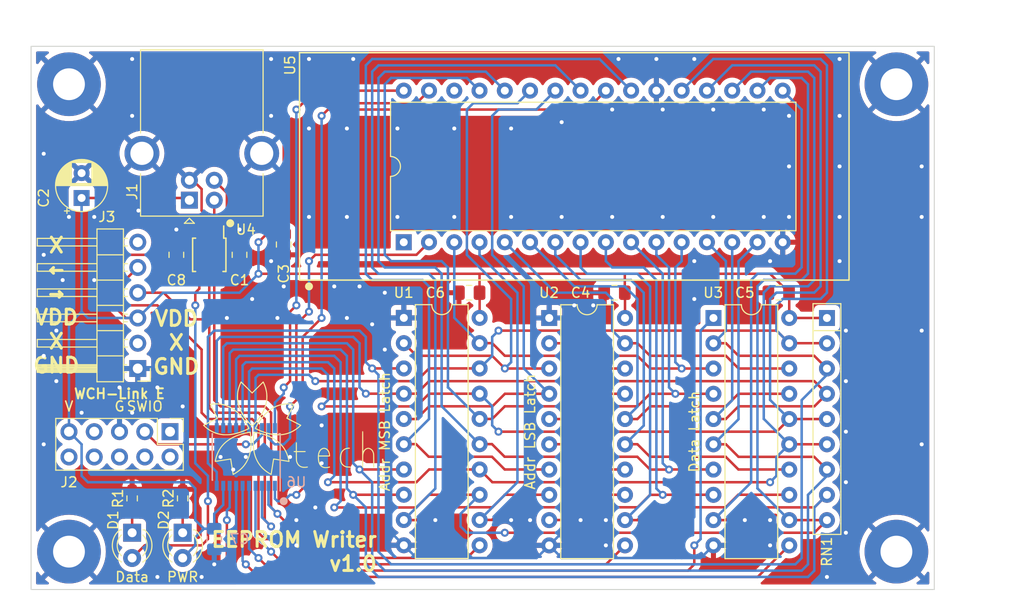
<source format=kicad_pcb>
(kicad_pcb (version 20211014) (generator pcbnew)
  (layers (0 "F.Cu" signal) (31 "B.Cu" signal) (34 "B.Paste" user) (35 "F.Paste" user) (36 "B.SilkS" user "B.Silkscreen") (37 "F.SilkS" user "F.Silkscreen") (38 "B.Mask" user) (39 "F.Mask" user) (44 "Edge.Cuts" user))
  (net 0 "")
  (net 1 "Net-(C1-Pad1)")
  (net 2 "GND")
  (net 3 "VDD")
  (net 4 "Net-(D1-Pad1)")
  (net 5 "Net-(D1-Pad2)")
  (net 6 "Net-(D2-Pad1)")
  (net 7 "Net-(J1-Pad2)")
  (net 8 "Net-(J1-Pad3)")
  (net 10 "TX")
  (net 11 "SWDIO")
  (net 12 "RX")
  (net 17 "/DATA7")
  (net 18 "/DATA6")
  (net 19 "/DATA5")
  (net 20 "/DATA4")
  (net 21 "/DATA3")
  (net 22 "/DATA2")
  (net 23 "/DATA1")
  (net 24 "/DATA0")
  (net 25 "/Addr8")
  (net 26 "/Addr9")
  (net 27 "/Addr10")
  (net 28 "/Addr11")
  (net 29 "Addr_MSB_LD")
  (net 30 "/Addr12")
  (net 31 "/Addr13")
  (net 32 "/Addr14")
  (net 33 "/Addr15")
  (net 34 "/Addr0")
  (net 35 "/Addr1")
  (net 36 "/Addr2")
  (net 37 "/Addr3")
  (net 38 "Addr_LSB_LD")
  (net 39 "/Addr4")
  (net 40 "/Addr5")
  (net 41 "/Addr6")
  (net 42 "/Addr7")
  (net 43 "~{DATA_OE}")
  (net 44 "DATA_LD")
  (net 48 "/Addr16")
  (net 49 "~{ROM_OE}")
  (net 51 "~{WR}")
  (footprint "MountingHole:MountingHole_3.2mm_M3_Pad" (layer "F.Cu") (at 186.055 92.705)
    (fp_text reference "H3" hide)
    (fp_text value "MountingHole_Pad")
  )
  (footprint "Capacitor_SMD:C_0805_2012Metric_Pad1.18x1.45mm_HandSolder" (layer "F.Cu") (at 124.46 108.8175 -90)
    (fp_text reference "C3")
    (fp_text value "0.1u")
  )
  (footprint "Package_DIP:DIP-20_W7.62mm" (layer "F.Cu") (at 151.15 116.205)
    (fp_text reference "U2")
    (fp_text value "74LS373")
  )
  (footprint "Capacitor_SMD:C_0805_2012Metric_Pad1.18x1.45mm_HandSolder" (layer "F.Cu") (at 113.665 109.855 90)
    (fp_text reference "C8")
    (fp_text value "0.1u")
  )
  (footprint "Connector_USB:USB_B_OST_USB-B1HSxx_Horizontal" (layer "F.Cu") (at 114.975 104.3625 90)
    (fp_text reference "J1")
    (fp_text value "USB_B")
  )
  (footprint "LOGO" (layer "F.Cu") (at 125.73 127.635)
    (fp_text reference "G***" hide)
    (fp_text value "LOGO" hide)
  )
  (footprint "Capacitor_SMD:C_0805_2012Metric_Pad1.18x1.45mm_HandSolder" (layer "F.Cu") (at 143.1075 113.665 180)
    (fp_text reference "C6")
    (fp_text value "0.1u")
  )
  (footprint "Capacitor_THT:CP_Radial_D5.0mm_P2.50mm" (layer "F.Cu") (at 104.14 104.14 90)
    (fp_text reference "C2")
    (fp_text value "C_Polarized")
  )
  (footprint "Capacitor_SMD:C_0805_2012Metric_Pad1.18x1.45mm_HandSolder" (layer "F.Cu") (at 174.2225 113.665 180)
    (fp_text reference "C5")
    (fp_text value "0.1u")
  )
  (footprint "LED_THT:LED_D3.0mm" (layer "F.Cu") (at 114.3 137.795 -90)
    (fp_text reference "D2")
    (fp_text value "LED")
  )
  (footprint "MountingHole:MountingHole_3.2mm_M3_Pad" (layer "F.Cu") (at 186.055 139.695)
    (fp_text reference "H4" hide)
    (fp_text value "MountingHole_Pad")
  )
  (footprint "Package_DIP:DIP-32_W15.24mm" (layer "F.Cu") (at 136.525 108.59 90)
    (fp_text reference "U5")
    (fp_text value "SST39SF010A")
  )
  (footprint "Resistor_SMD:R_0603_1608Metric_Pad0.98x0.95mm_HandSolder" (layer "F.Cu") (at 109.22 134.3425 90)
    (fp_text reference "R1")
    (fp_text value "470")
  )
  (footprint "Package_DIP:DIP-20_W7.62mm" (layer "F.Cu") (at 167.66 116.205)
    (fp_text reference "U3")
    (fp_text value "74LS373")
  )
  (footprint "MountingHole:MountingHole_3.2mm_M3_Pad" (layer "F.Cu") (at 102.87 139.695)
    (fp_text reference "H2" hide)
    (fp_text value "MountingHole_Pad")
  )
  (footprint "Package_SO:MSOP-10_3x3mm_P0.5mm" (layer "F.Cu") (at 116.975 109.855 -90)
    (fp_text reference "U4")
    (fp_text value "CH340E")
  )
  (footprint "Connector_PinHeader_2.54mm:PinHeader_1x06_P2.54mm_Horizontal" (layer "F.Cu") (at 109.785 121.285 180)
    (fp_text reference "J3")
    (fp_text value "Conn_01x06_Male")
  )
  (footprint "Package_DIP:DIP-20_W7.62mm" (layer "F.Cu") (at 136.535 116.195)
    (fp_text reference "U1")
    (fp_text value "74LS373")
  )
  (footprint "MountingHole:MountingHole_3.2mm_M3_Pad" (layer "F.Cu") (at 102.87 92.705)
    (fp_text reference "H1" hide)
    (fp_text value "MountingHole_Pad")
  )
  (footprint "Resistor_SMD:R_0603_1608Metric_Pad0.98x0.95mm_HandSolder" (layer "F.Cu") (at 114.3 134.3425 90)
    (fp_text reference "R2")
    (fp_text value "470")
  )
  (footprint "Capacitor_SMD:C_0805_2012Metric_Pad1.18x1.45mm_HandSolder" (layer "F.Cu") (at 120.015 109.855 90)
    (fp_text reference "C1")
    (fp_text value "0.1u")
  )
  (footprint "Connector_PinHeader_2.54mm:PinHeader_2x05_P2.54mm_Vertical" (layer "F.Cu") (at 113.03 127.635 -90)
    (fp_text reference "J2")
    (fp_text value "Conn_02x05_Odd_Even")
  )
  (footprint "Resistor_THT:R_Array_SIP9" (layer "F.Cu") (at 179.07 116.205 -90)
    (fp_text reference "RN1")
    (fp_text value "R_Network08")
  )
  (footprint "LED_THT:LED_D3.0mm" (layer "F.Cu") (at 109.22 137.795 -90)
    (fp_text reference "D1")
    (fp_text value "LED")
  )
  (footprint "Capacitor_SMD:C_0805_2012Metric_Pad1.18x1.45mm_HandSolder" (layer "F.Cu") (at 157.7125 113.665 180)
    (fp_text reference "C4")
    (fp_text value "0.1u")
  )
  (footprint "Package_SO:SSOP-20_4.4x6.5mm_P0.65mm" (layer "B.Cu") (at 120.65 130.175 90)
    (fp_text reference "U6")
    (fp_text value "CH32V003F4P6")
  )
  (footprint "Capacitor_SMD:C_0805_2012Metric_Pad1.18x1.45mm_HandSolder" (layer "B.Cu") (at 117.475 138.43 -90)
    (fp_text reference "C7")
    (fp_text value "0.1u")
  )
  (gr_circle (center 124.46 134.62) (end 124.76 134.62) (layer "B.SilkS") (width 0.2) (fill solid))
  (gr_rect (start 126.0475 89.535) (end 181.2925 112.395) (layer "F.SilkS") (width 0.15) (fill none))
  (gr_circle (center 119.08 106.68) (end 119.38 106.68) (layer "F.SilkS") (width 0.2) (fill solid))
  (gr_circle (center 127 113.03) (end 127.3 113.03) (layer "F.SilkS") (width 0.2) (fill solid))
  (gr_rect (start 99.06 88.895) (end 189.865 143.505) (layer "Edge.Cuts") (width 0.1) (fill none))
  (gr_text "Data Latch" (at 165.735 127.635 90) (layer "F.SilkS") (effects (font (size 1 1))))
  (gr_text "G" (at 107.95 125.095) (layer "F.SilkS") (effects (font (size 1 1))))
  (gr_text "PWR" (at 114.3 142.24) (layer "F.SilkS") (effects (font (size 1 1))))
  (gr_text "Data" (at 109.22 142.24) (layer "F.SilkS") (effects (font (size 1 1))))
  (gr_text "WCH-Link E" (at 107.95 123.825) (layer "F.SilkS") (effects (font (size 1 1) (thickness 0.2))))
  (gr_text "X\n←\n→\nVDD\nX\nGND" (at 101.6 114.935) (layer "F.SilkS") (effects (font (size 1.5 1.5) (thickness 0.3))))
  (gr_text "EEPROM Writer\nv1.0" (at 133.985 139.7) (layer "F.SilkS") (effects (font (size 1.5 1.5) (thickness 0.3)) (justify right)))
  (gr_text "\nVDD\nX\nGND" (at 113.665 117.475) (layer "F.SilkS") (effects (font (size 1.5 1.5) (thickness 0.3))))
  (gr_text "Addr MSB Latch" (at 134.62 127.635 90) (layer "F.SilkS") (effects (font (size 1 1))))
  (gr_text "Addr LSB Latch" (at 149.225 127.635 90) (layer "F.SilkS") (effects (font (size 1 1))))
  (gr_text "V" (at 102.87 125.095) (layer "F.SilkS") (effects (font (size 1 1))))
  (gr_text "SWIO" (at 110.49 125.095) (layer "F.SilkS") (effects (font (size 1 1))))
  (segment (start 119.72 112.055) (end 120.015 111.76) (width 0.25) (layer "F.Cu") (net 1))
  (segment (start 117.975 112.055) (end 119.72 112.055) (width 0.25) (layer "F.Cu") (net 1))
  (segment (start 120.015 111.76) (end 120.015 110.8925) (width 0.25) (layer "F.Cu") (net 1))
  (segment (start 115.325 102.3625) (end 116.205 103.2425) (width 0.25) (layer "F.Cu") (net 2))
  (segment (start 154.94 113.665) (end 156.675 113.665) (width 0.25) (layer "F.Cu") (net 2))
  (segment (start 114.975 102.3625) (end 115.325 102.3625) (width 0.25) (layer "F.Cu") (net 2))
  (segment (start 116.205 103.2425) (end 116.205 105.41) (width 0.25) (layer "F.Cu") (net 2))
  (segment (start 174.625 107.315) (end 174.625 108.59) (width 0.25) (layer "F.Cu") (net 2))
  (segment (start 134.62 113.665) (end 142.07 113.665) (width 0.25) (layer "F.Cu") (net 2))
  (segment (start 166.37 113.665) (end 173.185 113.665) (width 0.25) (layer "F.Cu") (net 2))
  (segment (start 125.73 109.855) (end 128.27 107.315) (width 0.25) (layer "F.Cu") (net 2))
  (segment (start 165.735 114.3) (end 166.37 113.665) (width 0.25) (layer "F.Cu") (net 2))
  (segment (start 153.67 114.935) (end 154.94 113.665) (width 0.25) (layer "F.Cu") (net 2))
  (segment (start 128.27 107.315) (end 174.625 107.315) (width 0.25) (layer "F.Cu") (net 2))
  (segment (start 116.205 105.41) (end 116.975 106.18) (width 0.25) (layer "F.Cu") (net 2))
  (segment (start 124.46 109.855) (end 125.73 109.855) (width 0.25) (layer "F.Cu") (net 2))
  (segment (start 116.975 106.18) (end 116.975 107.655) (width 0.25) (layer "F.Cu") (net 2))
  (via (at 167.64 95.25) (size 0.8) (drill 0.4) (layers "F.Cu" "B.Cu") (net 2))
  (via (at 180.975 137.795) (size 0.8) (drill 0.4) (layers "F.Cu" "B.Cu") (net 2))
  (via (at 188.595 128.905) (size 0.8) (drill 0.4) (layers "F.Cu" "B.Cu") (net 2))
  (via (at 121.285 114.3) (size 0.8) (drill 0.4) (layers "F.Cu" "B.Cu") (net 2))
  (via (at 134.62 113.665) (size 0.8) (drill 0.4) (layers "F.Cu" "B.Cu") (net 2))
  (via (at 102.87 106.045) (size 0.8) (drill 0.4) (layers "F.Cu" "B.Cu") (net 2))
  (via (at 165.735 110.49) (size 0.8) (drill 0.4) (layers "F.Cu" "B.Cu") (net 2))
  (via (at 180.975 117.475) (size 0.8) (drill 0.4) (layers "F.Cu" "B.Cu") (net 2))
  (via (at 188.595 100.965) (size 0.8) (drill 0.4) (layers "F.Cu" "B.Cu") (net 2))
  (via (at 109.22 90.17) (size 0.8) (drill 0.4) (layers "F.Cu" "B.Cu") (net 2))
  (via (at 102.235 112.395) (size 0.8) (drill 0.4) (layers "F.Cu" "B.Cu") (net 2))
  (via (at 180.34 95.885) (size 0.8) (drill 0.4) (layers "F.Cu" "B.Cu") (net 2))
  (via (at 170.815 136.525) (size 0.8) (drill 0.4) (layers "F.Cu" "B.Cu") (net 2))
  (via (at 129.54 113.03) (size 0.8) (drill 0.4) (layers "F.Cu" "B.Cu") (net 2))
  (via (at 139.7 136.525) (size 0.8) (drill 0.4) (layers "F.Cu" "B.Cu") (net 2))
  (via (at 123.19 95.885) (size 0.8) (drill 0.4) (layers "F.Cu" "B.Cu") (net 2))
  (via (at 162.56 106.045) (size 0.8) (drill 0.4) (layers "F.Cu" "B.Cu") (net 2))
  (via (at 133.35 116.84) (size 0.8) (drill 0.4) (layers "F.Cu" "B.Cu") (net 2))
  (via (at 113.665 107.315) (size 0.8) (drill 0.4) (layers "F.Cu" "B.Cu") (net 2))
  (via (at 125.73 139.065) (size 0.8) (drill 0.4) (layers "F.Cu" "B.Cu") (net 2))
  (via (at 107.95 123.19) (size 0.8) (drill 0.4) (layers "F.Cu" "B.Cu") (net 2))
  (via (at 180.34 100.965) (size 0.8) (drill 0.4) (layers "F.Cu" "B.Cu") (net 2))
  (via (at 132.08 113.03) (size 0.8) (drill 0.4) (layers "F.Cu" "B.Cu") (net 2))
  (via (at 165.735 90.17) (size 0.8) (drill 0.4) (layers "F.Cu" "B.Cu") (net 2))
  (via (at 130.81 116.205) (size 0.8) (drill 0.4) (layers "F.Cu" "B.Cu") (net 2))
  (via (at 180.975 127.635) (size 0.8) (drill 0.4) (layers "F.Cu" "B.Cu") (net 2))
  (via (at 100.33 128.905) (size 0.8) (drill 0.4) (layers "F.Cu" "B.Cu") (net 2))
  (via (at 172.72 106.045) (size 0.8) (drill 0.4) (layers "F.Cu" "B.Cu") (net 2))
  (via (at 155.575 114.935) (size 0.8) (drill 0.4) (layers "F.Cu" "B.Cu") (net 2))
  (via (at 149.225 136.525) (size 0.8) (drill 0.4) (layers "F.Cu" "B.Cu") (net 2))
  (via (at 134.62 119.38) (size 0.8) (drill 0.4) (layers "F.Cu" "B.Cu") (net 2))
  (via (at 109.22 125.73) (size 0.8) (drill 0.4) (layers "F.Cu" "B.Cu") (net 2))
  (via (at 135.89 106.045) (size 0.8) (drill 0.4) (layers "F.Cu" "B.Cu") (net 2))
  (via (at 152.4 96.52) (size 0.8) (drill 0.4) (layers "F.Cu" "B.Cu") (net 2))
  (via (at 117.475 140.97) (size 0.8) (drill 0.4) (layers "F.Cu" "B.Cu") (net 2))
  (via (at 114.3 125.095) (size 0.8) (drill 0.4) (layers "F.Cu" "B.Cu") (net 2))
  (via (at 141.605 97.155) (size 0.8) (drill 0.4) (layers "F.Cu" "B.Cu") (net 2))
  (via (at 123.19 90.17) (size 0.8) (drill 0.4) (layers "F.Cu" "B.Cu") (net 2))
  (via (at 123.825 116.205) (size 0.8) (drill 0.4) (layers "F.Cu" "B.Cu") (net 2))
  (via (at 179.07 142.24) (size 0.8) (drill 0.4) (layers "F.Cu" "B.Cu") (net 2))
  (via (at 124.46 113.03) (size 0.8) (drill 0.4) (layers "F.Cu" "B.Cu") (net 2))
  (via (at 127.635 135.255) (size 0.8) (drill 0.4) (layers "F.Cu" "B.Cu") (net 2))
  (via (at 135.89 97.155) (size 0.8) (drill 0.4) (layers "F.Cu" "B.Cu") (net 2))
  (via (at 157.48 95.25) (size 0.8) (drill 0.4) (layers "F.Cu" "B.Cu") (net 2))
  (via (at 180.34 106.045) (size 0.8) (drill 0.4) (layers "F.Cu" "B.Cu") (net 2))
  (via (at 175.26 95.885) (size 0.8) (drill 0.4) (layers "F.Cu" "B.Cu") (net 2))
  (via (at 147.32 97.155) (size 0.8) (drill 0.4) (layers "F.Cu" "B.Cu") (net 2))
  (via (at 128.27 127) (size 0.8) (drill 0.4) (layers "F.Cu" "B.Cu") (net 2))
  (via (at 120.65 130.175) (size 0.8) (drill 0.4) (layers "F.Cu" "B.Cu") (net 2))
  (via (at 127 106.045) (size 0.8) (drill 0.4) (layers "F.Cu" "B.Cu") (net 2))
  (via (at 105.41 106.045) (size 0.8) (drill 0.4) (layers "F.Cu" "B.Cu") (net 2))
  (via (at 161.925 90.17) (size 0.8) (drill 0.4) (layers "F.Cu" "B.Cu") (net 2))
  (via (at 120.015 107.315) (size 0.8) (drill 0.4) (layers "F.Cu" "B.Cu") (net 2))
  (via (at 180.975 132.715) (size 0.8) (drill 0.4) (layers "F.Cu" "B.Cu") (net 2))
  (via (at 111.76 142.24) (size 0.8) (drill 0.4) (layers "F.Cu" "B.Cu") (net 2))
  (via (at 119.38 131.445) (size 0.8) (drill 0.4) (layers "F.Cu" "B.Cu") (net 2))
  (via (at 175.26 100.965) (size 0.8) (drill 0.4) (layers "F.Cu" "B.Cu") (net 2))
  (via (at 116.205 142.24) (size 0.8) (drill 0.4) (layers "F.Cu" "B.Cu") (net 2))
  (via (at 156.845 139.065) (size 0.8) (drill 0.4) (layers "F.Cu" "B.Cu") (net 2))
  (via (at 152.4 106.045) (size 0.8) (drill 0.4) (layers "F.Cu" "B.Cu") (net 2))
  (via (at 147.32 106.045) (size 0.8) (drill 0.4) (layers "F.Cu" "B.Cu") (net 2))
  (via (at 109.855 105.41) (size 0.8) (drill 0.4) (layers "F.Cu" "B.Cu") (net 2))
  (via (at 141.605 106.045) (size 0.8) (drill 0.4) (layers "F.Cu" "B.Cu") (net 2))
  (via (at 100.33 120.015) (size 0.8) (drill 0.4) (layers "F.Cu" "B.Cu") (net 2))
  (via (at 162.56 95.25) (size 0.8) (drill 0.4) (layers "F.Cu" "B.Cu") (net 2))
  (via (at 147.32 136.525) (size 0.8) (drill 0.4) (layers "F.Cu" "B.Cu") (net 2))
  (via (at 125.095 130.175) (size 0.8) (drill 0.4) (layers "F.Cu" "B.Cu") (net 2))
  (via (at 180.34 90.17) (size 0.8) (drill 0.4) (layers "F.Cu" "B.Cu") (net 2))
  (via (at 130.81 97.155) (size 0.8) (drill 0.4) (layers "F.Cu" "B.Cu") (net 2))
  (via (at 156.845 136.525) (size 0.8) (drill 0.4) (layers "F.Cu" "B.Cu") (net 2))
  (via (at 105.41 112.395) (size 0.8) (drill 0.4) (layers "F.Cu" "B.Cu") (net 2))
  (via (at 100.33 99.695) (size 0.8) (drill 0.4) (layers "F.Cu" "B.Cu") (net 2))
  (via (at 100.33 109.855) (size 0.8) (drill 0.4) (layers "F.Cu" "B.Cu") (net 2))
  (via (at 123.19 110.49) (size 0.8) (drill 0.4) (layers "F.Cu" "B.Cu") (net 2))
  (via (at 173.355 136.525) (size 0.8) (drill 0.4) (layers "F.Cu" "B.Cu") (net 2))
  (via (at 101.6 122.555) (size 0.8) (drill 0.4) (layers "F.Cu" "B.Cu") (net 2))
  (via (at 111.76 123.19) (size 0.8) (drill 0.4) (layers "F.Cu" "B.Cu") (net 2))
  (via (at 188.595 106.045) (size 0.8) (drill 0.4) (layers "F.Cu" "B.Cu") (net 2))
  (via (at 165.735 114.3) (size 0.8) (drill 0.4) (layers "F.Cu" "B.Cu") (net 2))
  (via (at 175.26 106.045) (size 0.8) (drill 0.4) (layers "F.Cu" "B.Cu") (net 2))
  (via (at 173.355 110.49) (size 0.8) (drill 0.4) (layers "F.Cu" "B.Cu") (net 2))
  (via (at 109.22 95.885) (size 0.8) (drill 0.4) (layers "F.Cu" "B.Cu") (net 2))
  (via (at 127 90.17) (size 0.8) (drill 0.4) (layers "F.Cu" "B.Cu") (net 2))
  (via (at 188.595 117.475) (size 0.8) (drill 0.4) (layers "F.Cu" "B.Cu") (net 2))
  (via (at 173.355 139.065) (size 0.8) (drill 0.4) (layers "F.Cu" "B.Cu") (net 2))
  (via (at 130.81 106.045) (size 0.8) (drill 0.4) (layers "F.Cu" "B.Cu") (net 2))
  (via (at 180.34 110.49) (size 0.8) (drill 0.4) (layers "F.Cu" "B.Cu") (net 2))
  (via (at 167.64 106.045) (size 0.8) (drill 0.4) (layers "F.Cu" "B.Cu") (net 2))
  (via (at 101.6 117.475) (size 0.8) (drill 0.4) (layers "F.Cu" "B.Cu") (net 2))
  (via (at 153.67 114.935) (size 0.8) (drill 0.4) (layers "F.Cu" "B.Cu") (net 2))
  (via (at 118.745 116.205) (size 0.8) (drill 0.4) (layers "F.Cu" "B.Cu") (net 2))
  (via (at 158.115 90.17) (size 0.8) (drill 0.4) (layers "F.Cu" "B.Cu") (net 2))
  (via (at 104.14 125.73) (size 0.8) (drill 0.4) (layers "F.Cu" "B.Cu") (net 2))
  (via (at 125.73 136.525) (size 0.8) (drill 0.4) (layers "F.Cu" "B.Cu") (net 2))
  (via (at 180.975 122.555) (size 0.8) (drill 0.4) (layers "F.Cu" "B.Cu") (net 2))
  (via (at 118.11 130.175) (size 0.8) (drill 0.4) (layers "F.Cu" "B.Cu") (net 2))
  (via (at 154.305 136.525) (size 0.8) (drill 0.4) (layers "F.Cu" "B.Cu") (net 2))
  (via (at 172.72 95.25) (size 0.8) (drill 0.4) (layers "F.Cu" "B.Cu") (net 2))
  (via (at 127 97.155) (size 0.8) (drill 0.4) (layers "F.Cu" "B.Cu") (net 2))
  (via (at 131.445 90.17) (size 0.8) (drill 0.4) (layers "F.Cu" "B.Cu") (net 2))
  (via (at 128.27 130.81) (size 0.8) (drill 0.4) (layers "F.Cu" "B.Cu") (net 2))
  (via (at 157.48 106.045) (size 0.8) (drill 0.4) (layers "F.Cu" "B.Cu") (net 2))
  (segment (start 151.15 139.065) (end 152.4 140.315) (width 0.25) (layer "B.Cu") (net 2))
  (segment (start 149.88 140.335) (end 151.15 139.065) (width 0.25) (layer "B.Cu") (net 2))
  (segment (start 163.83 140.335) (end 166.39 140.335) (width 0.25) (layer "B.Cu") (net 2))
  (segment (start 153.67 114.935) (end 152.4 116.205) (width 0.25) (layer "B.Cu") (net 2))
  (segment (start 135.255 120.015) (end 134.62 119.38) (width 0.25) (layer "B.Cu") (net 2))
  (segment (start 165.735 136.2075) (end 165.735 114.3) (width 0.25) (layer "B.Cu") (net 2))
  (segment (start 152.4 140.315) (end 152.4 140.335) (width 0.25) (layer "B.Cu") (net 2))
  (segment (start 136.535 139.055) (end 137.815 140.335) (width 0.25) (layer "B.Cu") (net 2))
  (segment (start 164.465 140.335) (end 164.465 137.4775) (width 0.25) (layer "B.Cu") (net 2))
  (segment (start 134.62 119.38) (end 134.62 113.665) (width 0.25) (layer "B.Cu") (net 2))
  (segment (start 118.9775 139.4675) (end 119.675 138.77) (width 0.25) (layer "B.Cu") (net 2))
  (segment (start 136.535 139.055) (end 135.255 137.775) (width 0.25) (layer "B.Cu") (net 2))
  (segment (start 117.475 139.4675) (end 118.9775 139.4675) (width 0.25) (layer "B.Cu") (net 2))
  (segment (start 152.4 137.815) (end 151.15 139.065) (width 0.25) (layer "B.Cu") (net 2))
  (segment (start 152.4 116.205) (end 152.4 137.815) (width 0.25) (layer "B.Cu") (net 2))
  (segment (start 164.465 137.4775) (end 165.735 136.2075) (width 0.25) (layer "B.Cu") (net 2))
  (segment (start 119.675 138.77) (end 119.675 133.075) (width 0.25) (layer "B.Cu") (net 2))
  (segment (start 135.255 137.775) (end 135.255 120.015) (width 0.25) (layer "B.Cu") (net 2))
  (segment (start 166.39 140.335) (end 167.66 139.065) (width 0.25) (layer "B.Cu") (net 2))
  (segment (start 137.815 140.335) (end 149.88 140.335) (width 0.25) (layer "B.Cu") (net 2))
  (segment (start 152.4 140.335) (end 163.83 140.335) (width 0.25) (layer "B.Cu") (net 2))
  (segment (start 116.3125 110.8925) (end 116.475 111.055) (width 0.25) (layer "F.Cu") (net 3))
  (segment (start 104.14 104.14) (end 114.7525 104.14) (width 0.25) (layer "F.Cu") (net 3))
  (segment (start 125.09 93.35) (end 136.525 93.35) (width 0.25) (layer "F.Cu") (net 3))
  (segment (start 112.1625 110.8925) (end 113.665 110.8925) (width 0.25) (layer "F.Cu") (net 3))
  (segment (start 144.145 111.76) (end 121.92 111.76) (width 0.25) (layer "F.Cu") (net 3))
  (segment (start 107.315 111.125) (end 108.585 109.855) (width 0.25) (layer "F.Cu") (net 3))
  (segment (start 108.585 116.205) (end 107.315 114.935) (width 0.25) (layer "F.Cu") (net 3))
  (segment (start 124.46 107.78) (end 124.46 93.98) (width 0.25) (layer "F.Cu") (net 3))
  (segment (start 175.28 113.685) (end 175.26 113.665) (width 0.25) (layer "F.Cu") (net 3))
  (segment (start 122.725 107.78) (end 124.46 107.78) (width 0.25) (layer "F.Cu") (net 3))
  (segment (start 107.315 114.935) (end 107.315 111.125) (width 0.25) (layer "F.Cu") (net 3))
  (segment (start 175.26 113.665) (end 173.355 111.76) (width 0.25) (layer "F.Cu") (net 3))
  (segment (start 111.125 109.855) (end 112.1625 110.8925) (width 0.25) (layer "F.Cu") (net 3))
  (segment (start 109.785 116.205) (end 108.585 116.205) (width 0.25) (layer "F.Cu") (net 3))
  (segment (start 173.355 111.76) (end 158.75 111.76) (width 0.25) (layer "F.Cu") (net 3))
  (segment (start 144.145 113.665) (end 144.145 111.76) (width 0.25) (layer "F.Cu") (net 3))
  (segment (start 108.585 109.855) (end 111.125 109.855) (width 0.25) (layer "F.Cu") (net 3))
  (segment (start 121.92 108.585) (end 122.725 107.78) (width 0.25) (layer "F.Cu") (net 3))
  (segment (start 144.155 113.675) (end 144.145 113.665) (width 0.25) (layer "F.Cu") (net 3))
  (segment (start 114.7525 104.14) (end 114.975 104.3625) (width 0.25) (layer "F.Cu") (net 3))
  (segment (start 175.28 116.205) (end 179.07 116.205) (width 0.25) (layer "F.Cu") (net 3))
  (segment (start 158.77 116.205) (end 158.77 113.685) (width 0.25) (layer "F.Cu") (net 3))
  (segment (start 175.28 116.205) (end 175.28 113.685) (width 0.25) (layer "F.Cu") (net 3))
  (segment (start 158.75 113.665) (end 158.75 111.76) (width 0.25) (layer "F.Cu") (net 3))
  (segment (start 116.475 111.055) (end 116.475 112.055) (width 0.25) (layer "F.Cu") (net 3))
  (segment (start 158.75 111.76) (end 144.145 111.76) (width 0.25) (layer "F.Cu") (net 3))
  (segment (start 144.155 116.195) (end 144.155 113.675) (width 0.25) (layer "F.Cu") (net 3))
  (segment (start 113.665 110.8925) (end 116.3125 110.8925) (width 0.25) (layer "F.Cu") (net 3))
  (segment (start 158.77 113.685) (end 158.75 113.665) (width 0.25) (layer "F.Cu") (net 3))
  (segment (start 124.46 93.98) (end 125.09 93.35) (width 0.25) (layer "F.Cu") (net 3))
  (via (at 121.92 108.585) (size 0.8) (drill 0.4) (layers "F.Cu" "B.Cu") (net 3))
  (via (at 121.92 111.76) (size 0.8) (drill 0.4) (layers "F.Cu" "B.Cu") (net 3))
  (segment (start 117.475 135.89) (end 117.475 137.3925) (width 0.25) (layer "B.Cu") (net 3))
  (segment (start 112.325 113.665) (end 120.015 113.665) (width 0.25) (layer "B.Cu") (net 3))
  (segment (start 118.375 133.075) (end 118.375 134.99) (width 0.25) (layer "B.Cu") (net 3))
  (segment (start 114.3 140.335) (end 115.57 139.065) (width 0.25) (layer "B.Cu") (net 3))
  (segment (start 104.14 115.57) (end 102.87 116.84) (width 0.25) (layer "B.Cu") (net 3))
  (segment (start 121.92 111.76) (end 121.92 108.585) (width 0.25) (layer "B.Cu") (net 3))
  (segment (start 102.87 116.84) (end 102.87 127.635) (width 0.25) (layer "B.Cu") (net 3))
  (segment (start 116.4375 137.3925) (end 115.57 136.525) (width 0.25) (layer "B.Cu") (net 3))
  (segment (start 115.57 139.065) (end 115.57 138.26) (width 0.25) (layer "B.Cu") (net 3))
  (segment (start 109.785 116.205) (end 112.325 113.665) (width 0.25) (layer "B.Cu") (net 3))
  (segment (start 104.14 104.14) (end 104.14 115.57) (width 0.25) (layer "B.Cu") (net 3))
  (segment (start 117.475 137.3925) (end 116.4375 137.3925) (width 0.25) (layer "B.Cu") (net 3))
  (segment (start 118.375 134.99) (end 117.475 135.89) (width 0.25) (layer "B.Cu") (net 3))
  (segment (start 104.775 132.715) (end 104.14 132.08) (width 0.25) (layer "B.Cu") (net 3))
  (segment (start 104.775 116.205) (end 109.785 116.205) (width 0.25) (layer "B.Cu") (net 3))
  (segment (start 104.14 128.905) (end 102.87 127.635) (width 0.25) (layer "B.Cu") (net 3))
  (segment (start 104.14 132.08) (end 104.14 128.905) (width 0.25) (layer "B.Cu") (net 3))
  (segment (start 115.57 138.26) (end 116.4375 137.3925) (width 0.25) (layer "B.Cu") (net 3))
  (segment (start 114.935 132.715) (end 104.775 132.715) (width 0.25) (layer "B.Cu") (net 3))
  (segment (start 115.57 133.35) (end 114.935 132.715) (width 0.25) (layer "B.Cu") (net 3))
  (segment (start 120.015 113.665) (end 121.92 111.76) (width 0.25) (layer "B.Cu") (net 3))
  (segment (start 115.57 136.525) (end 115.57 133.35) (width 0.25) (layer "B.Cu") (net 3))
  (segment (start 104.14 115.57) (end 104.775 116.205) (width 0.25) (layer "B.Cu") (net 3))
  (segment (start 109.22 135.255) (end 109.22 137.795) (width 0.25) (layer "F.Cu") (net 4))
  (segment (start 116.205 139.065) (end 116.84 138.43) (width 0.25) (layer "F.Cu") (net 5))
  (segment (start 116.205 139.065) (end 110.49 139.065) (width 0.25) (layer "F.Cu") (net 5))
  (segment (start 110.49 139.065) (end 109.22 140.335) (width 0.25) (layer "F.Cu") (net 5))
  (segment (start 115.975 113.26) (end 115.57 113.665) (width 0.25) (layer "F.Cu") (net 5))
  (segment (start 115.57 113.665) (end 115.57 114.935) (width 0.25) (layer "F.Cu") (net 5))
  (segment (start 115.975 112.055) (end 115.975 113.26) (width 0.25) (layer "F.Cu") (net 5))
  (segment (start 116.84 138.43) (end 116.84 134.62) (width 0.25) (layer "F.Cu") (net 5))
  (via (at 115.57 114.935) (size 0.8) (drill 0.4) (layers "F.Cu" "B.Cu") (net 5))
  (via (at 116.84 134.62) (size 0.8) (drill 0.4) (layers "F.Cu" "B.Cu") (net 5))
  (segment (start 115.57 130.81) (end 116.84 132.08) (width 0.25) (layer "B.Cu") (net 5))
  (segment (start 115.57 114.935) (end 115.57 130.175) (width 0.25) (layer "B.Cu") (net 5))
  (segment (start 116.84 132.08) (end 116.84 134.62) (width 0.25) (layer "B.Cu") (net 5))
  (segment (start 115.57 130.175) (end 115.57 130.81) (width 0.25) (layer "B.Cu") (net 5))
  (segment (start 114.3 135.255) (end 114.3 137.795) (width 0.25) (layer "F.Cu") (net 6))
  (segment (start 117.475 104.3625) (end 117.475 107.655) (width 0.25) (layer "F.Cu") (net 7))
  (segment (start 117.975 107.655) (end 118.405 107.655) (width 0.25) (layer "F.Cu") (net 8))
  (segment (start 118.745 103.6325) (end 117.475 102.3625) (width 0.25) (layer "F.Cu") (net 8))
  (segment (start 118.405 107.655) (end 118.745 107.315) (width 0.25) (layer "F.Cu") (net 8))
  (segment (start 118.745 107.315) (end 118.745 103.6325) (width 0.25) (layer "F.Cu") (net 8))
  (segment (start 123.19 135.255) (end 123.19 125.73) (width 0.25) (layer "F.Cu") (net 10))
  (segment (start 116.205 125.73) (end 116.84 126.365) (width 0.25) (layer "F.Cu") (net 10))
  (segment (start 124.46 136.525) (end 123.825 135.89) (width 0.25) (layer "F.Cu") (net 10))
  (segment (start 123.19 125.73) (end 122.555 125.095) (width 0.25) (layer "F.Cu") (net 10))
  (segment (start 109.785 111.125) (end 107.95 112.96) (width 0.25) (layer "F.Cu") (net 10))
  (segment (start 122.555 125.095) (end 118.11 125.095) (width 0.25) (layer "F.Cu") (net 10))
  (segment (start 108.585 114.935) (end 111.76 114.935) (width 0.25) (layer "F.Cu") (net 10))
  (segment (start 122.555 138.43) (end 123.825 138.43) (width 0.25) (layer "F.Cu") (net 10))
  (segment (start 116.84 126.365) (end 121.285 126.365) (width 0.25) (layer "F.Cu") (net 10))
  (segment (start 107.95 114.3) (end 108.585 114.935) (width 0.25) (layer "F.Cu") (net 10))
  (segment (start 121.285 126.365) (end 121.92 127) (width 0.25) (layer "F.Cu") (net 10))
  (segment (start 121.92 127) (end 121.92 137.795) (width 0.25) (layer "F.Cu") (net 10))
  (segment (start 123.825 138.43) (end 124.46 137.795) (width 0.25) (layer "F.Cu") (net 10))
  (segment (start 117.475 124.46) (end 117.475 112.055) (width 0.25) (layer "F.Cu") (net 10))
  (segment (start 107.95 112.96) (end 107.95 114.3) (width 0.25) (layer "F.Cu") (net 10))
  (segment (start 124.46 137.795) (end 124.46 136.525) (width 0.25) (layer "F.Cu") (net 10))
  (segment (start 111.76 114.935) (end 116.205 119.38) (width 0.25) (layer "F.Cu") (net 10))
  (segment (start 118.11 125.095) (end 117.475 124.46) (width 0.25) (layer "F.Cu") (net 10))
  (segment (start 116.205 119.38) (end 116.205 125.73) (width 0.25) (layer "F.Cu") (net 10))
  (segment (start 121.92 137.795) (end 122.555 138.43) (width 0.25) (layer "F.Cu") (net 10))
  (segment (start 123.825 135.89) (end 123.19 135.255) (width 0.25) (layer "F.Cu") (net 10))
  (via (at 123.825 135.89) (size 0.8) (drill 0.4) (layers "F.Cu" "B.Cu") (net 10))
  (segment (start 122.925 134.99) (end 122.925 133.075) (width 0.25) (layer "B.Cu") (net 10))
  (segment (start 123.825 135.89) (end 122.925 134.99) (width 0.25) (layer "B.Cu") (net 10))
  (segment (start 120.65 128.905) (end 111.76 128.905) (width 0.25) (layer "F.Cu") (net 11))
  (segment (start 111.76 128.905) (end 110.49 127.635) (width 0.25) (layer "F.Cu") (net 11))
  (via (at 120.65 128.905) (size 0.8) (drill 0.4) (layers "F.Cu" "B.Cu") (net 11))
  (segment (start 120.65 128.905) (end 121.345 128.905) (width 0.25) (layer "B.Cu") (net 11))
  (segment (start 121.345 128.905) (end 122.275 127.975) (width 0.25) (layer "B.Cu") (net 11))
  (segment (start 122.275 127.975) (end 122.275 127.275) (width 0.25) (layer "B.Cu") (net 11))
  (segment (start 115.07 116.34) (end 116.975 116.34) (width 0.25) (layer "F.Cu") (net 12))
  (segment (start 116.975 116.705) (end 116.975 112.055) (width 0.25) (layer "F.Cu") (net 12))
  (segment (start 117.475 125.73) (end 121.92 125.73) (width 0.25) (layer "F.Cu") (net 12))
  (segment (start 121.92 125.73) (end 122.555 126.365) (width 0.25) (layer "F.Cu") (net 12))
  (segment (start 116.975 125.23) (end 117.475 125.73) (width 0.25) (layer "F.Cu") (net 12))
  (segment (start 122.555 136.525) (end 123.19 137.16) (width 0.25) (layer "F.Cu") (net 12))
  (segment (start 109.785 113.665) (end 112.395 113.665) (width 0.25) (layer "F.Cu") (net 12))
  (segment (start 112.395 113.665) (end 115.07 116.34) (width 0.25) (layer "F.Cu") (net 12))
  (segment (start 116.975 116.34) (end 116.975 125.23) (width 0.25) (layer "F.Cu") (net 12))
  (segment (start 122.555 126.365) (end 122.555 136.525) (width 0.25) (layer "F.Cu") (net 12))
  (via (at 123.19 137.16) (size 0.8) (drill 0.4) (layers "F.Cu" "B.Cu") (net 12))
  (segment (start 122.275 136.245) (end 122.275 133.075) (width 0.25) (layer "B.Cu") (net 12))
  (segment (start 123.19 137.16) (end 122.275 136.245) (width 0.25) (layer "B.Cu") (net 12))
  (segment (start 179.065 118.74) (end 175.285 118.74) (width 0.25) (layer "F.Cu") (net 17))
  (segment (start 137.795 122.555) (end 139.075 121.275) (width 0.25) (layer "F.Cu") (net 17))
  (segment (start 127.635 122.555) (end 137.795 122.555) (width 0.25) (layer "F.Cu") (net 17))
  (segment (start 174.01 117.475) (end 146.05 117.475) (width 0.25) (layer "F.Cu") (net 17))
  (segment (start 139.075 121.275) (end 144.155 121.275) (width 0.25) (layer "F.Cu") (net 17))
  (segment (start 175.285 118.74) (end 175.28 118.745) (width 0.25) (layer "F.Cu") (net 17))
  (segment (start 175.28 118.745) (end 174.01 117.475) (width 0.25) (layer "F.Cu") (net 17))
  (segment (start 179.07 118.745) (end 179.065 118.74) (width 0.25) (layer "F.Cu") (net 17))
  (via (at 146.05 117.475) (size 0.8) (drill 0.4) (layers "F.Cu" "B.Cu") (net 17))
  (via (at 127.635 122.555) (size 0.8) (drill 0.4) (layers "F.Cu" "B.Cu") (net 17))
  (segment (start 173.99 114.925) (end 174.625 114.29) (width 0.25) (layer "B.Cu") (net 17))
  (segment (start 145.415 118.11) (end 146.05 117.475) (width 0.25) (layer "B.Cu") (net 17))
  (segment (start 144.155 121.275) (end 145.415 120.015) (width 0.25) (layer "B.Cu") (net 17))
  (segment (start 179.07 113.66) (end 179.07 90.805) (width 0.25) (layer "B.Cu") (net 17))
  (segment (start 127 121.92) (end 121.92 121.92) (width 0.25) (layer "B.Cu") (net 17))
  (segment (start 174 117.465) (end 173.99 117.465) (width 0.25) (layer "B.Cu") (net 17))
  (segment (start 145.415 120.015) (end 145.415 118.11) (width 0.25) (layer "B.Cu") (net 17))
  (segment (start 173.99 117.465) (end 173.99 114.925) (width 0.25) (layer "B.Cu") (net 17))
  (segment (start 175.28 118.745) (end 174 117.465) (width 0.25) (layer "B.Cu") (net 17))
  (segment (start 127.635 122.555) (end 127 121.92) (width 0.25) (layer "B.Cu") (net 17))
  (segment (start 178.435 90.17) (end 167.64 90.17) (width 0.25) (layer "B.Cu") (net 17))
  (segment (start 121.92 121.92) (end 121.625 122.215) (width 0.25) (layer "B.Cu") (net 17))
  (segment (start 174.625 114.29) (end 178.435 114.29) (width 0.25) (layer "B.Cu") (net 17))
  (segment (start 164.465 93.345) (end 164.465 93.35) (width 0.25) (layer "B.Cu") (net 17))
  (segment (start 121.625 122.215) (end 121.625 127.275) (width 0.25) (layer "B.Cu") (net 17))
  (segment (start 178.435 114.29) (end 179.07 113.655) (width 0.25) (layer "B.Cu") (net 17))
  (segment (start 179.07 90.805) (end 178.435 90.17) (width 0.25) (layer "B.Cu") (net 17))
  (segment (start 167.64 90.17) (end 164.465 93.345) (width 0.25) (layer "B.Cu") (net 17))
  (segment (start 137.795 125.095) (end 139.075 123.815) (width 0.25) (layer "F.Cu") (net 18))
  (segment (start 146.05 127.635) (end 174.01 127.635) (width 0.25) (layer "F.Cu") (net 18))
  (segment (start 174.01 127.635) (end 175.28 126.365) (width 0.25) (layer "F.Cu") (net 18))
  (segment (start 128.27 125.095) (end 137.795 125.095) (width 0.25) (layer "F.Cu") (net 18))
  (segment (start 175.28 126.365) (end 179.07 126.365) (width 0.25) (layer "F.Cu") (net 18))
  (segment (start 139.075 123.815) (end 144.155 123.815) (width 0.25) (layer "F.Cu") (net 18))
  (via (at 146.05 127.635) (size 0.8) (drill 0.4) (layers "F.Cu" "B.Cu") (net 18))
  (via (at 128.27 125.095) (size 0.8) (drill 0.4) (layers "F.Cu" "B.Cu") (net 18))
  (segment (start 173.355 114.29) (end 173.99 113.655) (width 0.25) (layer "B.Cu") (net 18))
  (segment (start 145.415 125.095) (end 145.415 127) (width 0.25) (layer "B.Cu") (net 18))
  (segment (start 128.27 121.285) (end 121.284302 121.285) (width 0.25) (layer "B.Cu") (net 18))
  (segment (start 128.905 121.92) (end 128.27 121.285) (width 0.25) (layer "B.Cu") (net 18))
  (segment (start 175.28 126.365) (end 173.355 124.44) (width 0.25) (layer "B.Cu") (net 18))
  (segment (start 177.8 90.805) (end 169.55 90.805) (width 0.25) (layer "B.Cu") (net 18))
  (segment (start 178.435 113.025) (end 178.435 91.44) (width 0.25) (layer "B.Cu") (net 18))
  (segment (start 178.435 91.44) (end 177.8 90.805) (width 0.25) (layer "B.Cu") (net 18))
  (segment (start 120.975 121.594302) (end 120.975 127.275) (width 0.25) (layer "B.Cu") (net 18))
  (segment (start 128.905 124.46) (end 128.905 121.92) (width 0.25) (layer "B.Cu") (net 18))
  (segment (start 173.355 124.44) (end 173.355 114.29) (width 0.25) (layer "B.Cu") (net 18))
  (segment (start 128.27 125.095) (end 128.905 124.46) (width 0.25) (layer "B.Cu") (net 18))
  (segment (start 145.415 125.075) (end 145.415 125.095) (width 0.25) (layer "B.Cu") (net 18))
  (segment (start 169.55 90.805) (end 167.005 93.35) (width 0.25) (layer "B.Cu") (net 18))
  (segment (start 144.155 123.815) (end 145.415 125.075) (width 0.25) (layer "B.Cu") (net 18))
  (segment (start 121.284302 121.285) (end 120.975 121.594302) (width 0.25) (layer "B.Cu") (net 18))
  (segment (start 177.8 113.655) (end 178.435 113.02) (width 0.25) (layer "B.Cu") (net 18))
  (segment (start 173.99 113.655) (end 177.8 113.655) (width 0.25) (layer "B.Cu") (net 18))
  (segment (start 145.415 127) (end 146.05 127.635) (width 0.25) (layer "B.Cu") (net 18))
  (segment (start 128.905 132.715) (end 137.795 132.715) (width 0.25) (layer "F.Cu") (net 19))
  (segment (start 179.07 128.905) (end 179.065 128.9) (width 0.25) (layer "F.Cu") (net 19))
  (segment (start 139.075 131.435) (end 144.155 131.435) (width 0.25) (layer "F.Cu") (net 19))
  (segment (start 173.355 132.715) (end 145.435 132.715) (width 0.25) (layer "F.Cu") (net 19))
  (segment (start 145.435 132.715) (end 144.155 131.435) (width 0.25) (layer "F.Cu") (net 19))
  (segment (start 137.795 132.715) (end 139.075 131.435) (width 0.25) (layer "F.Cu") (net 19))
  (segment (start 179.065 128.9) (end 175.285 128.9) (width 0.25) (layer "F.Cu") (net 19))
  (segment (start 175.285 128.9) (end 175.28 128.905) (width 0.25) (layer "F.Cu") (net 19))
  (via (at 128.905 132.715) (size 0.8) (drill 0.4) (layers "F.Cu" "B.Cu") (net 19))
  (via (at 173.355 132.715) (size 0.8) (drill 0.4) (layers "F.Cu" "B.Cu") (net 19))
  (segment (start 129.54 132.08) (end 129.54 121.285) (width 0.25) (layer "B.Cu") (net 19))
  (segment (start 128.905 120.65) (end 120.65 120.65) (width 0.25) (layer "B.Cu") (net 19))
  (segment (start 173.99 130.195) (end 173.99 131.445) (width 0.25) (layer "B.Cu") (net 19))
  (segment (start 177.165 91.44) (end 171.455 91.44) (width 0.25) (layer "B.Cu") (net 19))
  (segment (start 120.65 120.65) (end 120.325 120.975) (width 0.25) (layer "B.Cu") (net 19))
  (segment (start 173.99 131.445) (end 173.99 132.08) (width 0.25) (layer "B.Cu") (net 19))
  (segment (start 177.8 92.075) (end 177.165 91.44) (width 0.25) (layer "B.Cu") (net 19))
  (segment (start 175.28 128.905) (end 172.73 126.355) (width 0.25) (layer "B.Cu") (net 19))
  (segment (start 173.355 113.02) (end 177.165 113.02) (width 0.25) (layer "B.Cu") (net 19))
  (segment (start 172.73 126.355) (end 172.72 126.355) (width 0.25) (layer "B.Cu") (net 19))
  (segment (start 177.165 113.02) (end 177.8 112.385) (width 0.25) (layer "B.Cu") (net 19))
  (segment (start 172.72 126.355) (end 172.72 113.655) (width 0.25) (layer "B.Cu") (net 19))
  (segment (start 175.28 128.905) (end 173.99 130.195) (width 0.25) (layer "B.Cu") (net 19))
  (segment (start 171.455 91.44) (end 169.545 93.35) (width 0.25) (layer "B.Cu") (net 19))
  (segment (start 128.905 132.715) (end 129.54 132.08) (width 0.25) (layer "B.Cu") (net 19))
  (segment (start 172.72 113.655) (end 173.355 113.02) (width 0.25) (layer "B.Cu") (net 19))
  (segment (start 120.325 120.975) (end 120.325 127.275) (width 0.25) (layer "B.Cu") (net 19))
  (segment (start 173.99 132.08) (end 173.355 132.715) (width 0.25) (layer "B.Cu") (net 19))
  (segment (start 129.54 121.285) (end 128.905 120.65) (width 0.25) (layer "B.Cu") (net 19))
  (segment (start 177.8 112.39) (end 177.8 92.075) (width 0.25) (layer "B.Cu") (net 19))
  (segment (start 129.54 135.255) (end 137.795 135.255) (width 0.25) (layer "F.Cu") (net 20))
  (segment (start 175.28 136.525) (end 179.07 136.525) (width 0.25) (layer "F.Cu") (net 20))
  (segment (start 137.795 135.255) (end 139.075 133.975) (width 0.25) (layer "F.Cu") (net 20))
  (segment (start 179.07 136.525) (end 177.8 137.795) (width 0.25) (layer "F.Cu") (net 20))
  (segment (start 177.8 137.795) (end 146.685 137.795) (width 0.25) (layer "F.Cu") (net 20))
  (segment (start 139.075 133.975) (end 144.155 133.975) (width 0.25) (layer "F.Cu") (net 20))
  (via (at 129.54 135.255) (size 0.8) (drill 0.4) (layers "F.Cu" "B.Cu") (net 20))
  (via (at 146.685 137.795) (size 0.8) (drill 0.4) (layers "F.Cu" "B.Cu") (net 20))
  (segment (start 142.24 135.89) (end 144.155 133.975) (width 0.25) (layer "B.Cu") (net 20))
  (segment (start 172.085 133.34) (end 172.085 113.02) (width 0.25) (layer "B.Cu") (net 20))
  (segment (start 146.685 137.795) (end 142.875 137.795) (width 0.25) (layer "B.Cu") (net 20))
  (segment (start 177.165 92.71) (end 176.53 92.075) (width 0.25) (layer "B.Cu") (net 20))
  (segment (start 172.095 133.34) (end 172.085 133.34) (width 0.25) (layer "B.Cu") (net 20))
  (segment (start 130.175 134.62) (end 130.175 120.65) (width 0.25) (layer "B.Cu") (net 20))
  (segment (start 142.875 137.795) (end 142.24 137.16) (width 0.25) (layer "B.Cu") (net 20))
  (segment (start 175.28 136.525) (end 172.095 133.34) (width 0.25) (layer "B.Cu") (net 20))
  (segment (start 172.72 112.385) (end 176.53 112.385) (width 0.25) (layer "B.Cu") (net 20))
  (segment (start 142.24 137.16) (end 142.24 135.89) (width 0.25) (layer "B.Cu") (net 20))
  (segment (start 130.175 120.65) (end 129.54 120.015) (width 0.25) (layer "B.Cu") (net 20))
  (segment (start 129.54 120.015) (end 120.015 120.015) (width 0.25) (layer "B.Cu") (net 20))
  (segment (start 172.085 113.02) (end 172.72 112.385) (width 0.25) (layer "B.Cu") (net 20))
  (segment (start 176.53 112.385) (end 177.165 111.75) (width 0.25) (layer "B.Cu") (net 20))
  (segment (start 129.54 135.255) (end 130.175 134.62) (width 0.25) (layer "B.Cu") (net 20))
  (segment (start 173.36 92.075) (end 172.085 93.35) (width 0.25) (layer "B.Cu") (net 20))
  (segment (start 120.015 120.015) (end 119.675 120.355) (width 0.25) (layer "B.Cu") (net 20))
  (segment (start 177.165 111.755) (end 177.165 92.71) (width 0.25) (layer "B.Cu") (net 20))
  (segment (start 176.53 92.075) (end 173.36 92.075) (width 0.25) (layer "B.Cu") (net 20))
  (segment (start 119.675 120.355) (end 119.675 127.275) (width 0.25) (layer "B.Cu") (net 20))
  (segment (start 170.18 135.245) (end 177.81 135.245) (width 0.25) (layer "F.Cu") (net 21))
  (segment (start 177.81 135.245) (end 179.07 133.985) (width 0.25) (layer "F.Cu") (net 21))
  (segment (start 167.66 136.525) (end 168.9 136.525) (width 0.25) (layer "F.Cu") (net 21))
  (segment (start 131.445 133.985) (end 131.455 133.975) (width 0.25) (layer "F.Cu") (net 21))
  (segment (start 136.535 133.975) (end 131.455 133.975) (width 0.25) (layer "F.Cu") (net 21))
  (segment (start 168.9 136.525) (end 170.18 135.245) (width 0.25) (layer "F.Cu") (net 21))
  (via (at 131.445 133.985) (size 0.8) (drill 0.4) (layers "F.Cu" "B.Cu") (net 21))
  (segment (start 171.45 132.735) (end 171.45 112.395) (width 0.25) (layer "B.Cu") (net 21))
  (segment (start 175.895 111.75) (end 176.53 111.115) (width 0.25) (layer "B.Cu") (net 21))
  (segment (start 177.165 142.24) (end 177.8 141.605) (width 0.25) (layer "B.Cu") (net 21))
  (segment (start 176.53 111.12) (end 176.53 95.255) (width 0.25) (layer "B.Cu") (net 21))
  (segment (start 130.81 120.015) (end 130.175 119.38) (width 0.25) (layer "B.Cu") (net 21))
  (segment (start 119.025 119.735) (end 119.025 127.275) (width 0.25) (layer "B.Cu") (net 21))
  (segment (start 131.445 133.985) (end 132.715 135.255) (width 0.25) (layer "B.Cu") (net 21))
  (segment (start 171.45 112.395) (end 172.095 111.75) (width 0.25) (layer "B.Cu") (net 21))
  (segment (start 177.8 135.255) (end 179.07 133.985) (width 0.25) (layer "B.Cu") (net 21))
  (segment (start 132.715 135.255) (end 132.715 140.97) (width 0.25) (layer "B.Cu") (net 21))
  (segment (start 132.715 140.97) (end 133.985 142.24) (width 0.25) (layer "B.Cu") (net 21))
  (segment (start 177.8 141.605) (end 177.8 135.255) (width 0.25) (layer "B.Cu") (net 21))
  (segment (start 172.095 111.75) (end 175.895 111.75) (width 0.25) (layer "B.Cu") (net 21))
  (segment (start 133.985 142.24) (end 177.165 142.24) (width 0.25) (layer "B.Cu") (net 21))
  (segment (start 119.38 119.38) (end 119.025 119.735) (width 0.25) (layer "B.Cu") (net 21))
  (segment (start 130.81 133.35) (end 130.81 120.015) (width 0.25) (layer "B.Cu") (net 21))
  (segment (start 167.66 136.525) (end 171.45 132.735) (width 0.25) (layer "B.Cu") (net 21))
  (segment (start 176.53 95.255) (end 174.625 93.35) (width 0.25) (layer "B.Cu") (net 21))
  (segment (start 130.175 119.38) (end 119.38 119.38) (width 0.25) (layer "B.Cu") (net 21))
  (segment (start 131.445 133.985) (end 130.81 133.35) (width 0.25) (layer "B.Cu") (net 21))
  (segment (start 167.66 128.905) (end 168.9 128.905) (width 0.25) (layer "F.Cu") (net 22))
  (segment (start 136.535 131.435) (end 132.08 131.435) (width 0.25) (layer "F.Cu") (net 22))
  (segment (start 168.91 128.895) (end 170.18 130.165) (width 0.25) (layer "F.Cu") (net 22))
  (segment (start 168.9 128.905) (end 168.91 128.895) (width 0.25) (layer "F.Cu") (net 22))
  (segment (start 170.18 130.165) (end 177.79 130.165) (width 0.25) (layer "F.Cu") (net 22))
  (segment (start 177.79 130.165) (end 179.07 131.445) (width 0.25) (layer "F.Cu") (net 22))
  (via (at 132.08 131.435) (size 0.8) (drill 0.4) (layers "F.Cu" "B.Cu") (net 22))
  (segment (start 132.08 131.445) (end 133.35 132.715) (width 0.25) (layer "B.Cu") (net 22))
  (segment (start 134.62 141.605) (end 176.53 141.605) (width 0.25) (layer "B.Cu") (net 22))
  (segment (start 172.085 108.59) (end 170.18 110.495) (width 0.25) (layer "B.Cu") (net 22))
  (segment (start 177.165 133.985) (end 179.07 132.08) (width 0.25) (layer "B.Cu") (net 22))
  (segment (start 179.07 132.08) (end 179.07 131.445) (width 0.25) (layer "B.Cu") (net 22))
  (segment (start 170.18 110.495) (end 170.18 126.36) (width 0.25) (layer "B.Cu") (net 22))
  (segment (start 170.18 126.385) (end 167.66 128.905) (width 0.25) (layer "B.Cu") (net 22))
  (segment (start 132.08 131.435) (end 132.07 131.435) (width 0.25) (layer "B.Cu") (net 22))
  (segment (start 130.81 118.745) (end 118.745 118.745) (width 0.25) (layer "B.Cu") (net 22))
  (segment (start 132.08 131.435) (end 132.08 131.445) (width 0.25) (layer "B.Cu") (net 22))
  (segment (start 131.445 130.81) (end 131.445 119.38) (width 0.25) (layer "B.Cu") (net 22))
  (segment (start 118.375 119.115) (end 118.375 127.275) (width 0.25) (layer "B.Cu") (net 22))
  (segment (start 132.07 131.435) (end 131.445 130.81) (width 0.25) (layer "B.Cu") (net 22))
  (segment (start 131.445 119.38) (end 130.81 118.745) (width 0.25) (layer "B.Cu") (net 22))
  (segment (start 176.53 141.605) (end 177.165 140.97) (width 0.25) (layer "B.Cu") (net 22))
  (segment (start 133.35 132.715) (end 133.35 140.335) (width 0.25) (layer "B.Cu") (net 22))
  (segment (start 133.35 140.335) (end 134.62 141.605) (width 0.25) (layer "B.Cu") (net 22))
  (segment (start 118.745 118.745) (end 118.375 119.115) (width 0.25) (layer "B.Cu") (net 22))
  (segment (start 177.165 140.97) (end 177.165 133.985) (width 0.25) (layer "B.Cu") (net 22))
  (segment (start 179.07 123.825) (end 177.8 122.555) (width 0.25) (layer "F.Cu") (net 23))
  (segment (start 177.81 125.085) (end 179.07 123.825) (width 0.25) (layer "F.Cu") (net 23))
  (segment (start 170.18 125.085) (end 177.81 125.085) (width 0.25) (layer "F.Cu") (net 23))
  (segment (start 137.785 123.815) (end 136.535 123.815) (width 0.25) (layer "F.Cu") (net 23))
  (segment (start 177.8 122.555) (end 139.065 122.555) (width 0.25) (layer "F.Cu") (net 23))
  (segment (start 168.9 126.365) (end 170.18 125.085) (width 0.25) (layer "F.Cu") (net 23))
  (segment (start 137.795 123.825) (end 137.785 123.815) (width 0.25) (layer "F.Cu") (net 23))
  (segment (start 136.535 123.815) (end 132.715 123.815) (width 0.25) (layer "F.Cu") (net 23))
  (segment (start 139.065 122.555) (end 137.795 123.825) (width 0.25) (layer "F.Cu") (net 23))
  (segment (start 167.66 126.365) (end 168.9 126.365) (width 0.25) (layer "F.Cu") (net 23))
  (via (at 132.715 123.815) (size 0.8) (drill 0.4) (layers "F.Cu" "B.Cu") (net 23))
  (segment (start 132.08 123.19) (end 132.08 118.745) (width 0.25) (layer "B.Cu") (net 23))
  (segment (start 131.445 118.11) (end 118.11 118.11) (width 0.25) (layer "B.Cu") (net 23))
  (segment (start 132.08 118.745) (end 131.445 118.11) (width 0.25) (layer "B.Cu") (net 23))
  (segment (start 132.705 123.815) (end 132.08 123.19) (width 0.25) (layer "B.Cu") (net 23))
  (segment (start 169.545 108.59) (end 169.545 124.455) (width 0.25) (layer "B.Cu") (net 23))
  (segment (start 132.715 123.815) (end 132.705 123.815) (width 0.25) (layer "B.Cu") (net 23))
  (segment (start 169.545 124.48) (end 167.66 126.365) (width 0.25) (layer "B.Cu") (net 23))
  (segment (start 118.11 118.11) (end 117.725 118.495) (width 0.25) (layer "B.Cu") (net 23))
  (segment (start 117.725 118.495) (end 117.725 127.275) (width 0.25) (layer "B.Cu") (net 23))
  (segment (start 177.79 120.005) (end 179.07 121.285) (width 0.25) (layer "F.Cu") (net 24))
  (segment (start 168.9 118.745) (end 168.91 118.735) (width 0.25) (layer "F.Cu") (net 24))
  (segment (start 168.91 118.735) (end 170.18 120.005) (width 0.25) (layer "F.Cu") (net 24))
  (segment (start 136.535 121.275) (end 133.35 121.275) (width 0.25) (layer "F.Cu") (net 24))
  (segment (start 170.18 120.005) (end 177.79 120.005) (width 0.25) (layer "F.Cu") (net 24))
  (segment (start 167.66 118.745) (end 168.9 118.745) (width 0.25) (layer "F.Cu") (net 24))
  (via (at 133.35 121.275) (size 0.8) (drill 0.4) (layers "F.Cu" "B.Cu") (net 24))
  (segment (start 176.53 140.335) (end 176.53 124.46) (width 0.25) (layer "B.Cu") (net 24))
  (segment (start 133.34 121.275) (end 132.715 120.65) (width 0.25) (layer "B.Cu") (net 24))
  (segment (start 133.985 139.7) (end 135.255 140.97) (width 0.25) (layer "B.Cu") (net 24))
  (segment (start 116.84 130.81) (end 117.725 131.695) (width 0.25) (layer "B.Cu") (net 24))
  (segment (start 167.005 108.585) (end 168.91 110.49) (width 0.25) (layer "B.Cu") (net 24))
  (segment (start 133.985 121.92) (end 133.985 139.7) (width 0.25) (layer "B.Cu") (net 24))
  (segment (start 132.08 117.475) (end 117.475 117.475) (width 0.25) (layer "B.Cu") (net 24))
  (segment (start 175.895 140.97) (end 176.53 140.335) (width 0.25) (layer "B.Cu") (net 24))
  (segment (start 179.07 121.92) (end 179.07 121.285) (width 0.25) (layer "B.Cu") (net 24))
  (segment (start 176.53 124.46) (end 179.07 121.92) (width 0.25) (layer "B.Cu") (net 24))
  (segment (start 117.475 117.475) (end 116.84 118.11) (width 0.25) (layer "B.Cu") (net 24))
  (segment (start 168.91 117.495) (end 167.66 118.745) (width 0.25) (layer "B.Cu") (net 24))
  (segment (start 133.35 121.285) (end 133.985 121.92) (width 0.25) (layer "B.Cu") (net 24))
  (segment (start 117.725 131.695) (end 117.725 133.075) (width 0.25) (layer "B.Cu") (net 24))
  (segment (start 168.91 110.49) (end 168.91 117.47) (width 0.25) (layer "B.Cu") (net 24))
  (segment (start 135.255 140.97) (end 175.895 140.97) (width 0.25) (layer "B.Cu") (net 24))
  (segment (start 133.35 121.275) (end 133.35 121.285) (width 0.25) (layer "B.Cu") (net 24))
  (segment (start 133.35 121.275) (end 133.34 121.275) (width 0.25) (layer "B.Cu") (net 24))
  (segment (start 132.715 120.65) (end 132.715 118.11) (width 0.25) (layer "B.Cu") (net 24))
  (segment (start 116.84 118.11) (end 116.84 130.81) (width 0.25) (layer "B.Cu") (net 24))
  (segment (start 132.715 118.11) (end 132.08 117.475) (width 0.25) (layer "B.Cu") (net 24))
  (segment (start 146.69 121.28) (end 146.695 121.285) (width 0.25) (layer "F.Cu") (net 25))
  (segment (start 137.805 120.005) (end 145.415 120.005) (width 0.25) (layer "F.Cu") (net 25))
  (segment (start 145.415 120.005) (end 146.69 121.28) (width 0.25) (layer "F.Cu") (net 25))
  (segment (start 146.695 121.285) (end 151.15 121.285) (width 0.25) (layer "F.Cu") (net 25))
  (segment (start 136.535 118.735) (end 137.805 120.005) (width 0.25) (layer "F.Cu") (net 25))
  (via (at 146.69 121.28) (size 0.8) (drill 0.4) (layers "F.Cu" "B.Cu") (net 25))
  (segment (start 147.32 120.65) (end 146.69 121.28) (width 0.25) (layer "B.Cu") (net 25))
  (segment (start 142.875 95.25) (end 142.875 109.855) (width 0.25) (layer "B.Cu") (net 25))
  (segment (start 147.32 114.3) (end 147.32 120.65) (width 0.25) (layer "B.Cu") (net 25))
  (segment (start 147.96 94.615) (end 143.51 94.615) (width 0.25) (layer "B.Cu") (net 25))
  (segment (start 149.225 93.35) (end 147.96 94.615) (width 0.25) (layer "B.Cu") (net 25))
  (segment (start 143.51 94.615) (end 142.875 95.25) (width 0.25) (layer "B.Cu") (net 25))
  (segment (start 142.875 109.855) (end 147.32 114.3) (width 0.25) (layer "B.Cu") (net 25))
  (segment (start 136.535 126.355) (end 136.545 126.365) (width 0.25) (layer "F.Cu") (net 26))
  (segment (start 136.545 126.365) (end 137.795 126.365) (width 0.25) (layer "F.Cu") (net 26))
  (segment (start 146.695 123.825) (end 151.15 123.825) (width 0.25) (layer "F.Cu") (net 26))
  (segment (start 139.075 125.085) (end 145.435 125.085) (width 0.25) (layer "F.Cu") (net 26))
  (segment (start 137.795 126.365) (end 139.075 125.085) (width 0.25) (layer "F.Cu") (net 26))
  (segment (start 145.435 125.085) (end 146.695 123.825) (width 0.25) (layer "F.Cu") (net 26))
  (segment (start 148.59 113.03) (end 148.59 121.265) (width 0.25) (layer "B.Cu") (net 26))
  (segment (start 151.765 93.35) (end 149.865 95.25) (width 0.25) (layer "B.Cu") (net 26))
  (segment (start 145.415 109.855) (end 148.59 113.03) (width 0.25) (layer "B.Cu") (net 26))
  (segment (start 149.865 95.25) (end 146.05 95.25) (width 0.25) (layer "B.Cu") (net 26))
  (segment (start 146.05 95.25) (end 145.415 95.885) (width 0.25) (layer "B.Cu") (net 26))
  (segment (start 145.415 95.885) (end 145.415 109.855) (width 0.25) (layer "B.Cu") (net 26))
  (segment (start 148.59 121.265) (end 151.15 123.825) (width 0.25) (layer "B.Cu") (net 26))
  (segment (start 145.395 130.155) (end 146.675 131.435) (width 0.25) (layer "F.Cu") (net 27))
  (segment (start 136.515 128.885) (end 137.765 128.885) (width 0.25) (layer "F.Cu") (net 27))
  (segment (start 146.675 131.435) (end 151.13 131.435) (width 0.25) (layer "F.Cu") (net 27))
  (segment (start 137.765 128.885) (end 139.035 130.155) (width 0.25) (layer "F.Cu") (net 27))
  (segment (start 139.035 130.155) (end 145.395 130.155) (width 0.25) (layer "F.Cu") (net 27))
  (segment (start 156.205 90.17) (end 133.35 90.17) (width 0.25) (layer "B.Cu") (net 27))
  (segment (start 132.715 90.805) (end 132.715 111.76) (width 0.25) (layer "B.Cu") (net 27))
  (segment (start 133.35 112.395) (end 138.43 112.395) (width 0.25) (layer "B.Cu") (net 27))
  (segment (start 133.35 90.17) (end 132.715 90.805) (width 0.25) (layer "B.Cu") (net 27))
  (segment (start 159.385 93.35) (end 156.205 90.17) (width 0.25) (layer "B.Cu") (net 27))
  (segment (start 138.43 112.395) (end 139.065 113.03) (width 0.25) (layer "B.Cu") (net 27))
  (segment (start 132.715 111.76) (end 133.35 112.395) (width 0.25) (layer "B.Cu") (net 27))
  (segment (start 139.065 126.365) (end 136.535 128.895) (width 0.25) (layer "B.Cu") (net 27))
  (segment (start 139.065 113.03) (end 139.065 126.365) (width 0.25) (layer "B.Cu") (net 27))
  (segment (start 145.435 135.235) (end 146.675 133.995) (width 0.25) (layer "F.Cu") (net 28))
  (segment (start 146.675 133.995) (end 146.675 133.975) (width 0.25) (layer "F.Cu") (net 28))
  (segment (start 139.085 135.235) (end 145.435 135.235) (width 0.25) (layer "F.Cu") (net 28))
  (segment (start 146.675 133.975) (end 151.13 133.975) (width 0.25) (layer "F.Cu") (net 28))
  (segment (start 136.535 136.525) (end 137.795 136.525) (width 0.25) (layer "F.Cu") (net 28))
  (segment (start 137.795 136.525) (end 139.085 135.235) (width 0.25) (layer "F.Cu") (net 28))
  (segment (start 139.7 112.395) (end 139.7 133.35) (width 0.25) (layer "B.Cu") (net 28))
  (segment (start 139.065 111.76) (end 139.7 112.395) (width 0.25) (layer "B.Cu") (net 28))
  (segment (start 151.765 90.805) (end 133.985 90.805) (width 0.25) (layer "B.Cu") (net 28))
  (segment (start 133.35 111.125) (end 133.985 111.76) (width 0.25) (layer "B.Cu") (net 28))
  (segment (start 133.35 91.44) (end 133.35 111.125) (width 0.25) (layer "B.Cu") (net 28))
  (segment (start 133.985 90.805) (end 133.35 91.44) (width 0.25) (layer "B.Cu") (net 28))
  (segment (start 154.305 93.35) (end 154.305 93.345) (width 0.25) (layer "B.Cu") (net 28))
  (segment (start 154.305 93.345) (end 151.765 90.805) (width 0.25) (layer "B.Cu") (net 28))
  (segment (start 133.985 111.76) (end 139.065 111.76) (width 0.25) (layer "B.Cu") (net 28))
  (segment (start 139.7 133.35) (end 136.535 136.515) (width 0.25) (layer "B.Cu") (net 28))
  (segment (start 123.825 140.335) (end 123.19 139.7) (width 0.25) (layer "F.Cu") (net 29))
  (segment (start 125.725 140.33) (end 125.72 140.335) (width 0.25) (layer "F.Cu") (net 29))
  (segment (start 125.72 140.335) (end 125.095 140.335) (width 0.25) (layer "F.Cu") (net 29))
  (segment (start 125.095 140.335) (end 123.825 140.335) (width 0.25) (layer "F.Cu") (net 29))
  (segment (start 142.88 140.33) (end 144.155 139.055) (width 0.25) (layer "F.Cu") (net 29))
  (segment (start 125.725 140.33) (end 142.88 140.33) (width 0.25) (layer "F.Cu") (net 29))
  (via (at 123.19 139.7) (size 0.8) (drill 0.4) (layers "F.Cu" "B.Cu") (net 29))
  (segment (start 121.625 138.135) (end 121.625 133.075) (width 0.25) (layer "B.Cu") (net 29))
  (segment (start 123.19 139.7) (end 121.625 138.135) (width 0.25) (layer "B.Cu") (net 29))
  (segment (start 145.395 136.505) (end 146.665 135.235) (width 0.25) (layer "F.Cu") (net 30))
  (segment (start 153.65 133.965) (end 153.66 133.975) (width 0.25) (layer "F.Cu") (net 30))
  (segment (start 153.66 133.975) (end 158.75 133.975) (width 0.25) (layer "F.Cu") (net 30))
  (segment (start 144.135 136.505) (end 145.395 136.505) (width 0.25) (layer "F.Cu") (net 30))
  (segment (start 152.38 135.235) (end 153.65 133.965) (width 0.25) (layer "F.Cu") (net 30))
  (segment (start 146.665 135.235) (end 152.38 135.235) (width 0.25) (layer "F.Cu") (net 30))
  (segment (start 144.145 108.59) (end 144.145 109.8575) (width 0.25) (layer "B.Cu") (net 30))
  (segment (start 144.145 109.8575) (end 147.955 113.6675) (width 0.25) (layer "B.Cu") (net 30))
  (segment (start 147.955 113.6675) (end 147.955 132.715) (width 0.25) (layer "B.Cu") (net 30))
  (segment (start 147.955 132.715) (end 144.155 136.515) (width 0.25) (layer "B.Cu") (net 30))
  (segment (start 153.66 131.435) (end 158.75 131.435) (width 0.25) (layer "F.Cu") (net 31))
  (segment (start 144.135 128.885) (end 145.395 128.885) (width 0.25) (layer "F.Cu") (net 31))
  (segment (start 146.665 130.155) (end 152.38 130.155) (width 0.25) (layer "F.Cu") (net 31))
  (segment (start 152.38 130.155) (end 153.66 131.435) (width 0.25) (layer "F.Cu") (net 31))
  (segment (start 145.395 128.885) (end 146.665 130.155) (width 0.25) (layer "F.Cu") (net 31))
  (segment (start 134.62 111.125) (end 139.7 111.125) (width 0.25) (layer "B.Cu") (net 31))
  (segment (start 146.685 93.35) (end 144.775 91.44) (width 0.25) (layer "B.Cu") (net 31))
  (segment (start 140.355 125.095) (end 144.155 128.895) (width 0.25) (layer "B.Cu") (net 31))
  (segment (start 133.985 110.49) (end 134.62 111.125) (width 0.25) (layer "B.Cu") (net 31))
  (segment (start 133.985 92.075) (end 133.985 110.49) (width 0.25) (layer "B.Cu") (net 31))
  (segment (start 139.7 111.125) (end 140.335 111.76) (width 0.25) (layer "B.Cu") (net 31))
  (segment (start 144.775 91.44) (end 134.62 91.44) (width 0.25) (layer "B.Cu") (net 31))
  (segment (start 140.335 125.095) (end 140.355 125.095) (width 0.25) (layer "B.Cu") (net 31))
  (segment (start 134.62 91.44) (end 133.985 92.075) (width 0.25) (layer "B.Cu") (net 31))
  (segment (start 140.335 111.76) (end 140.335 125.095) (width 0.25) (layer "B.Cu") (net 31))
  (segment (start 144.155 126.355) (end 145.415 126.355) (width 0.25) (layer "F.Cu") (net 32))
  (segment (start 145.415 126.355) (end 146.685 125.085) (width 0.25) (layer "F.Cu") (net 32))
  (segment (start 146.685 125.085) (end 152.42 125.085) (width 0.25) (layer "F.Cu") (net 32))
  (segment (start 152.42 125.085) (end 153.68 123.825) (width 0.25) (layer "F.Cu") (net 32))
  (segment (start 153.68 123.825) (end 158.77 123.825) (width 0.25) (layer "F.Cu") (net 32))
  (segment (start 140.335 110.49) (end 135.255 110.49) (width 0.25) (layer "B.Cu") (net 32))
  (segment (start 140.97 123.19) (end 140.97 111.125) (width 0.25) (layer "B.Cu") (net 32))
  (segment (start 134.62 92.71) (end 135.255 92.075) (width 0.25) (layer "B.Cu") (net 32))
  (segment (start 144.155 126.355) (end 140.99 123.19) (width 0.25) (layer "B.Cu") (net 32))
  (segment (start 134.62 109.855) (end 134.62 92.71) (width 0.25) (layer "B.Cu") (net 32))
  (segment (start 135.255 92.075) (end 142.87 92.075) (width 0.25) (layer "B.Cu") (net 32))
  (segment (start 140.99 123.19) (end 140.97 123.19) (width 0.25) (layer "B.Cu") (net 32))
  (segment (start 142.87 92.075) (end 144.145 93.35) (width 0.25) (layer "B.Cu") (net 32))
  (segment (start 140.97 111.125) (end 140.335 110.49) (width 0.25) (layer "B.Cu") (net 32))
  (segment (start 135.255 110.49) (end 134.62 109.855) (width 0.25) (layer "B.Cu") (net 32))
  (segment (start 146.685 120.005) (end 152.4 120.005) (width 0.25) (layer "F.Cu") (net 33))
  (segment (start 145.415 118.735) (end 146.685 120.005) (width 0.25) (layer "F.Cu") (net 33))
  (segment (start 152.4 120.005) (end 153.68 121.285) (width 0.25) (layer "F.Cu") (net 33))
  (segment (start 144.155 118.735) (end 145.415 118.735) (width 0.25) (layer "F.Cu") (net 33))
  (segment (start 153.68 121.285) (end 158.77 121.285) (width 0.25) (layer "F.Cu") (net 33))
  (segment (start 141.605 108.595) (end 141.605 116.185) (width 0.25) (layer "B.Cu") (net 33))
  (segment (start 141.605 116.185) (end 144.155 118.735) (width 0.25) (layer "B.Cu") (net 33))
  (segment (start 153.675 120.005) (end 153.67 120.01) (width 0.25) (layer "F.Cu") (net 34))
  (segment (start 161.295 121.285) (end 160.015 120.005) (width 0.25) (layer "F.Cu") (net 34))
  (segment (start 160.015 120.005) (end 153.675 120.005) (width 0.25) (layer "F.Cu") (net 34))
  (segment (start 152.4 118.735) (end 153.67 120.005) (width 0.25) (layer "F.Cu") (net 34))
  (segment (start 152.39 118.745) (end 152.4 118.735) (width 0.25) (layer "F.Cu") (net 34))
  (segment (start 151.15 118.745) (end 152.39 118.745) (width 0.25) (layer "F.Cu") (net 34))
  (segment (start 164.465 121.285) (end 167.66 121.285) (width 0.25) (layer "F.Cu") (net 34))
  (segment (start 164.465 121.285) (end 161.295 121.285) (width 0.25) (layer "F.Cu") (net 34))
  (via (at 164.465 121.285) (size 0.8) (drill 0.4) (layers "F.Cu" "B.Cu") (net 34))
  (segment (start 164.465 110.49) (end 164.465 108.59) (width 0.25) (layer "B.Cu") (net 34))
  (segment (start 163.83 120.65) (end 163.83 111.125) (width 0.25) (layer "B.Cu") (net 34))
  (segment (start 164.465 121.285) (end 163.83 120.65) (width 0.25) (layer "B.Cu") (net 34))
  (segment (start 163.83 111.125) (end 164.465 110.49) (width 0.25) (layer "B.Cu") (net 34))
  (segment (start 163.83 123.825) (end 167.66 123.825) (width 0.25) (layer "F.Cu") (net 35))
  (segment (start 153.67 125.085) (end 152.39 126.365) (width 0.25) (layer "F.Cu") (net 35))
  (segment (start 163.83 123.825) (end 161.285 123.825) (width 0.25) (layer "F.Cu") (net 35))
  (segment (start 160.025 125.085) (end 153.67 125.085) (width 0.25) (layer "F.Cu") (net 35))
  (segment (start 161.285 123.825) (end 160.025 125.085) (width 0.25) (layer "F.Cu") (net 35))
  (segment (start 152.39 126.365) (end 151.15 126.365) (width 0.25) (layer "F.Cu") (net 35))
  (via (at 163.83 123.825) (size 0.8) (drill 0.4) (layers "F.Cu" "B.Cu") (net 35))
  (segment (start 163.195 123.19) (end 163.195 111.125) (width 0.25) (layer "B.Cu") (net 35))
  (segment (start 163.195 111.125) (end 161.925 109.855) (width 0.25) (layer "B.Cu") (net 35))
  (segment (start 163.83 123.825) (end 163.195 123.19) (width 0.25) (layer "B.Cu") (net 35))
  (segment (start 161.925 109.855) (end 161.925 108.59) (width 0.25) (layer "B.Cu") (net 35))
  (segment (start 163.195 131.445) (end 163.205 131.435) (width 0.25) (layer "F.Cu") (net 36))
  (segment (start 163.195 131.445) (end 161.295 131.445) (width 0.25) (layer "F.Cu") (net 36))
  (segment (start 160.005 130.155) (end 153.65 130.155) (width 0.25) (layer "F.Cu") (net 36))
  (segment (start 152.37 128.895) (end 151.13 128.895) (width 0.25) (layer "F.Cu") (net 36))
  (segment (start 163.205 131.435) (end 167.64 131.435) (width 0.25) (layer "F.Cu") (net 36))
  (segment (start 153.65 130.155) (end 152.38 128.885) (width 0.25) (layer "F.Cu") (net 36))
  (segment (start 161.295 131.445) (end 160.005 130.155) (width 0.25) (layer "F.Cu") (net 36))
  (segment (start 152.38 128.885) (end 152.37 128.895) (width 0.25) (layer "F.Cu") (net 36))
  (via (at 163.195 131.445) (size 0.8) (drill 0.4) (layers "F.Cu" "B.Cu") (net 36))
  (segment (start 163.195 131.445) (end 162.56 130.81) (width 0.25) (layer "B.Cu") (net 36))
  (segment (start 162.56 111.76) (end 162.555 111.76) (width 0.25) (layer "B.Cu") (net 36))
  (segment (start 162.555 111.76) (end 159.385 108.59) (width 0.25) (layer "B.Cu") (net 36))
  (segment (start 162.56 130.81) (end 162.56 111.755) (width 0.25) (layer "B.Cu") (net 36))
  (segment (start 162.57 133.975) (end 167.64 133.975) (width 0.25) (layer "F.Cu") (net 37))
  (segment (start 162.56 133.985) (end 161.285 133.985) (width 0.25) (layer "F.Cu") (net 37))
  (segment (start 152.37 136.515) (end 151.13 136.515) (width 0.25) (layer "F.Cu") (net 37))
  (segment (start 160.035 135.235) (end 153.65 135.235) (width 0.25) (layer "F.Cu") (net 37))
  (segment (start 161.285 133.985) (end 160.035 135.235) (width 0.25) (layer "F.Cu") (net 37))
  (segment (start 162.56 133.985) (end 162.57 133.975) (width 0.25) (layer "F.Cu") (net 37))
  (segment (start 153.65 135.235) (end 152.37 136.515) (width 0.25) (layer "F.Cu") (net 37))
  (via (at 162.56 133.985) (size 0.8) (drill 0.4) (layers "F.Cu" "B.Cu") (net 37))
  (segment (start 156.845 110.485) (end 156.845 108.59) (width 0.25) (layer "B.Cu") (net 37))
  (segment (start 161.925 133.35) (end 161.925 112.395) (width 0.25) (layer "B.Cu") (net 37))
  (segment (start 161.925 112.395) (end 160.65 111.12) (width 0.25) (layer "B.Cu") (net 37))
  (segment (start 162.56 133.985) (end 161.925 133.35) (width 0.25) (layer "B.Cu") (net 37))
  (segment (start 157.48 111.12) (end 156.845 110.485) (width 0.25) (layer "B.Cu") (net 37))
  (segment (start 160.65 111.12) (end 157.48 111.12) (width 0.25) (layer "B.Cu") (net 37))
  (segment (start 158.77 139.065) (end 156.87 140.965) (width 0.25) (layer "F.Cu") (net 38))
  (segment (start 122.55 140.965) (end 121.92 140.335) (width 0.25) (layer "F.Cu") (net 38))
  (segment (start 125.095 140.965) (end 156.845 140.965) (width 0.25) (layer "F.Cu") (net 38))
  (segment (start 125.095 140.965) (end 122.55 140.965) (width 0.25) (layer "F.Cu") (net 38))
  (via (at 121.92 140.335) (size 0.8) (drill 0.4) (layers "F.Cu" "B.Cu") (net 38))
  (segment (start 120.975 139.39) (end 120.975 133.075) (width 0.25) (layer "B.Cu") (net 38))
  (segment (start 121.92 140.335) (end 120.975 139.39) (width 0.25) (layer "B.Cu") (net 38))
  (segment (start 158.77 136.525) (end 160.015 136.525) (width 0.25) (layer "F.Cu") (net 39))
  (segment (start 168.89 135.235) (end 170.16 133.965) (width 0.25) (layer "F.Cu") (net 39))
  (segment (start 161.305 135.235) (end 168.89 135.235) (width 0.25) (layer "F.Cu") (net 39))
  (segment (start 170.17 133.975) (end 175.26 133.975) (width 0.25) (layer "F.Cu") (net 39))
  (segment (start 170.16 133.965) (end 170.17 133.975) (width 0.25) (layer "F.Cu") (net 39))
  (segment (start 160.015 136.525) (end 161.305 135.235) (width 0.25) (layer "F.Cu") (net 39))
  (segment (start 154.94 111.755) (end 160.015 111.755) (width 0.25) (layer "B.Cu") (net 39))
  (segment (start 154.305 108.59) (end 154.305 111.12) (width 0.25) (layer "B.Cu") (net 39))
  (segment (start 161.29 134.005) (end 158.77 136.525) (width 0.25) (layer "B.Cu") (net 39))
  (segment (start 160.015 111.755) (end 161.29 113.03) (width 0.25) (layer "B.Cu") (net 39))
  (segment (start 154.305 111.12) (end 154.94 111.755) (width 0.25) (layer "B.Cu") (net 39))
  (segment (start 161.29 113.03) (end 161.29 134.005) (width 0.25) (layer "B.Cu") (net 39))
  (segment (start 161.275 130.155) (end 168.89 130.155) (width 0.25) (layer "F.Cu") (net 40))
  (segment (start 168.89 130.155) (end 170.17 131.435) (width 0.25) (layer "F.Cu") (net 40))
  (segment (start 158.75 128.895) (end 160.015 128.895) (width 0.25) (layer "F.Cu") (net 40))
  (segment (start 170.17 131.435) (end 175.26 131.435) (width 0.25) (layer "F.Cu") (net 40))
  (segment (start 160.015 128.895) (end 161.275 130.155) (width 0.25) (layer "F.Cu") (net 40))
  (segment (start 159.38 112.39) (end 160.655 113.665) (width 0.25) (layer "B.Cu") (net 40))
  (segment (start 160.655 113.665) (end 160.655 127.02) (width 0.25) (layer "B.Cu") (net 40))
  (segment (start 160.655 127.02) (end 158.77 128.905) (width 0.25) (layer "B.Cu") (net 40))
  (segment (start 151.765 108.59) (end 151.765 109.855) (width 0.25) (layer "B.Cu") (net 40))
  (segment (start 151.765 109.855) (end 154.3 112.39) (width 0.25) (layer "B.Cu") (net 40))
  (segment (start 154.3 112.39) (end 159.38 112.39) (width 0.25) (layer "B.Cu") (net 40))
  (segment (start 170.18 123.815) (end 170.19 123.825) (width 0.25) (layer "F.Cu") (net 41))
  (segment (start 161.295 125.085) (end 168.91 125.085) (width 0.25) (layer "F.Cu") (net 41))
  (segment (start 160.015 126.365) (end 161.295 125.085) (width 0.25) (layer "F.Cu") (net 41))
  (segment (start 158.77 126.365) (end 160.015 126.365) (width 0.25) (layer "F.Cu") (net 41))
  (segment (start 170.19 123.825) (end 175.28 123.825) (width 0.25) (layer "F.Cu") (net 41))
  (segment (start 168.91 125.085) (end 170.18 123.815) (width 0.25) (layer "F.Cu") (net 41))
  (segment (start 149.225 108.59) (end 153.03 112.395) (width 0.25) (layer "B.Cu") (net 41))
  (segment (start 153.665 113.025) (end 158.745 113.025) (width 0.25) (layer "B.Cu") (net 41))
  (segment (start 160.02 114.3) (end 160.02 125.115) (width 0.25) (layer "B.Cu") (net 41))
  (segment (start 160.02 125.115) (end 158.77 126.365) (width 0.25) (layer "B.Cu") (net 41))
  (segment (start 158.745 113.025) (end 160.02 114.3) (width 0.25) (layer "B.Cu") (net 41))
  (segment (start 153.03 112.395) (end 153.035 112.395) (width 0.25) (layer "B.Cu") (net 41))
  (segment (start 153.035 112.395) (end 153.665 113.025) (width 0.25) (layer "B.Cu") (net 41))
  (segment (start 168.91 120.005) (end 170.19 121.285) (width 0.25) (layer "F.Cu") (net 42))
  (segment (start 160.02 118.74) (end 161.285 120.005) (width 0.25) (layer "F.Cu") (net 42))
  (segment (start 160.015 118.745) (end 160.02 118.74) (width 0.25) (layer "F.Cu") (net 42))
  (segment (start 170.19 121.285) (end 175.28 121.285) (width 0.25) (layer "F.Cu") (net 42))
  (segment (start 158.77 118.745) (end 160.015 118.745) (width 0.25) (layer "F.Cu") (net 42))
  (segment (start 161.285 120.005) (end 168.91 120.005) (width 0.25) (layer "F.Cu") (net 42))
  (segment (start 157.48 114.3) (end 157.48 117.455) (width 0.25) (layer "B.Cu") (net 42))
  (segment (start 156.84 113.66) (end 157.48 114.3) (width 0.25) (layer "B.Cu") (net 42))
  (segment (start 157.48 117.455) (end 158.77 118.745) (width 0.25) (layer "B.Cu") (net 42))
  (segment (start 146.69 108.59) (end 151.76 113.66) (width 0.25) (layer "B.Cu") (net 42))
  (segment (start 151.76 113.66) (end 156.84 113.66) (width 0.25) (layer "B.Cu") (net 42))
  (segment (start 146.685 108.59) (end 146.69 108.59) (width 0.25) (layer "B.Cu") (net 42))
  (segment (start 165.105 141.6) (end 121.28 141.6) (width 0.25) (layer "F.Cu") (net 43))
  (segment (start 121.28 141.6) (end 120.65 140.97) (width 0.25) (layer "F.Cu") (net 43))
  (segment (start 165.735 139.065) (end 165.735 140.97) (width 0.25) (layer "F.Cu") (net 43))
  (segment (start 165.735 140.97) (end 165.105 141.6) (width 0.25) (layer "F.Cu") (net 43))
  (via (at 120.65 140.97) (size 0.8) (drill 0.4) (layers "F.Cu" "B.Cu") (net 43))
  (via (at 165.735 139.065) (size 0.8) (drill 0.4) (layers "F.Cu" "B.Cu") (net 43))
  (segment (start 166.37 117.465) (end 167.63 116.205) (width 0.25) (layer "B.Cu") (net 43))
  (segment (start 120.325 140.645) (end 120.325 133.075) (width 0.25) (layer "B.Cu") (net 43))
  (segment (start 120.65 140.97) (end 120.325 140.645) (width 0.25) (layer "B.Cu") (net 43))
  (segment (start 166.37 138.43) (end 166.37 117.465) (width 0.25) (layer "B.Cu") (net 43))
  (segment (start 167.63 116.205) (end 167.66 116.205) (width 0.25) (layer "B.Cu") (net 43))
  (segment (start 165.735 139.065) (end 166.37 138.43) (width 0.25) (layer "B.Cu") (net 43))
  (segment (start 172.11 142.235) (end 175.28 139.065) (width 0.25) (layer "F.Cu") (net 44))
  (segment (start 118.745 136.525) (end 118.745 140.97) (width 0.25) (layer "F.Cu") (net 44))
  (segment (start 120.01 142.235) (end 172.11 142.235) (width 0.25) (layer "F.Cu") (net 44))
  (segment (start 118.745 140.97) (end 120.01 142.235) (width 0.25) (layer "F.Cu") (net 44))
  (via (at 118.745 136.525) (size 0.8) (drill 0.4) (layers "F.Cu" "B.Cu") (net 44))
  (segment (start 119.025 135.255) (end 119.025 133.075) (width 0.25) (layer "B.Cu") (net 44))
  (segment (start 118.745 135.535) (end 119.025 135.255) (width 0.25) (layer "B.Cu") (net 44))
  (segment (start 118.745 136.525) (end 118.745 135.535) (width 0.25) (layer "B.Cu") (net 44))
  (segment (start 137.8 109.855) (end 139.065 108.59) (width 0.25) (layer "F.Cu") (net 48))
  (segment (start 125.73 116.84) (end 125.73 124.46) (width 0.25) (layer "F.Cu") (net 48))
  (segment (start 127.635 109.855) (end 137.8 109.855) (width 0.25) (layer "F.Cu") (net 48))
  (segment (start 125.73 124.46) (end 125.095 125.095) (width 0.25) (layer "F.Cu") (net 48))
  (segment (start 127 110.49) (end 127.635 109.855) (width 0.25) (layer "F.Cu") (net 48))
  (segment (start 127 115.57) (end 125.73 116.84) (width 0.25) (layer "F.Cu") (net 48))
  (via (at 125.095 125.095) (size 0.8) (drill 0.4) (layers "F.Cu" "B.Cu") (net 48))
  (via (at 127 115.57) (size 0.8) (drill 0.4) (layers "F.Cu" "B.Cu") (net 48))
  (via (at 127 110.49) (size 0.8) (drill 0.4) (layers "F.Cu" "B.Cu") (net 48))
  (segment (start 125.095 128.27) (end 124.46 128.905) (width 0.25) (layer "B.Cu") (net 48))
  (segment (start 123.56 128.905) (end 122.925 128.27) (width 0.25) (layer "B.Cu") (net 48))
  (segment (start 124.46 128.905) (end 123.56 128.905) (width 0.25) (layer "B.Cu") (net 48))
  (segment (start 127 110.49) (end 127 115.57) (width 0.25) (layer "B.Cu") (net 48))
  (segment (start 125.095 125.095) (end 125.095 128.27) (width 0.25) (layer "B.Cu") (net 48))
  (segment (start 122.925 128.27) (end 122.925 127.275) (width 0.25) (layer "B.Cu") (net 48))
  (segment (start 126.365 133.35) (end 126.365 118.11) (width 0.25) (layer "F.Cu") (net 49))
  (segment (start 128.27 95.885) (end 128.905 95.25) (width 0.25) (layer "F.Cu") (net 49))
  (segment (start 128.905 95.25) (end 154.945 95.25) (width 0.25) (layer "F.Cu") (net 49))
  (segment (start 154.945 95.25) (end 156.845 93.35) (width 0.25) (layer "F.Cu") (net 49))
  (segment (start 126.365 118.11) (end 128.27 116.205) (width 0.25) (layer "F.Cu") (net 49))
  (segment (start 125.73 133.985) (end 126.365 133.35) (width 0.25) (layer "F.Cu") (net 49))
  (via (at 125.73 133.985) (size 0.8) (drill 0.4) (layers "F.Cu" "B.Cu") (net 49))
  (via (at 128.27 95.885) (size 0.8) (drill 0.4) (layers "F.Cu" "B.Cu") (net 49))
  (via (at 128.27 116.205) (size 0.8) (drill 0.4) (layers "F.Cu" "B.Cu") (net 49))
  (segment (start 128.27 116.205) (end 128.27 114.935) (width 0.25) (layer "B.Cu") (net 49))
  (segment (start 125.73 133.985) (end 125.095 133.985) (width 0.25) (layer "B.Cu") (net 49))
  (segment (start 123.825 134.62) (end 123.575 134.37) (width 0.25) (layer "B.Cu") (net 49))
  (segment (start 124.46 134.62) (end 123.825 134.62) (width 0.25) (layer "B.Cu") (net 49))
  (segment (start 125.095 133.985) (end 124.46 134.62) (width 0.25) (layer "B.Cu") (net 49))
  (segment (start 128.27 114.935) (end 128.27 95.885) (width 0.25) (layer "B.Cu") (net 49))
  (segment (start 123.575 134.37) (end 123.575 133.075) (width 0.25) (layer "B.Cu") (net 49))
  (segment (start 137.8 94.615) (end 139.065 93.35) (width 0.25) (layer "F.Cu") (net 51))
  (segment (start 125.73 114.935) (end 125.095 115.57) (width 0.25) (layer "F.Cu") (net 51))
  (segment (start 125.73 95.25) (end 126.365 94.615) (width 0.25) (layer "F.Cu") (net 51))
  (segment (start 125.095 115.57) (end 125.095 122.555) (width 0.25) (layer "F.Cu") (net 51))
  (segment (start 125.095 122.555) (end 124.46 123.19) (width 0.25) (layer "F.Cu") (net 51))
  (segment (start 126.365 94.615) (end 137.8 94.615) (width 0.25) (layer "F.Cu") (net 51))
  (via (at 124.46 123.19) (size 0.8) (drill 0.4) (layers "F.Cu" "B.Cu") (net 51))
  (via (at 125.73 95.25) (size 0.8) (drill 0.4) (layers "F.Cu" "B.Cu") (net 51))
  (via (at 125.73 114.935) (size 0.8) (drill 0.4) (layers "F.Cu" "B.Cu") (net 51))
  (segment (start 124.46 123.825) (end 124.46 123.19) (width 0.25) (layer "B.Cu") (net 51))
  (segment (start 125.73 114.935) (end 125.73 95.25) (width 0.25) (layer "B.Cu") (net 51))
  (segment (start 123.575 127.275) (end 123.575 124.71) (width 0.25) (layer "B.Cu") (net 51))
  (segment (start 123.575 124.71) (end 124.46 123.825) (width 0.25) (layer "B.Cu") (net 51))
  (zone (net 2) (net_name "GND") (layers F&B.Cu) (connect_pads (clearance 0.508)) (min_thickness 0.254) (fill yes (thermal_gap 0.508) (thermal_bridge_width 0.508))
    (polygon (pts (xy 189.865 143.51) (xy 99.06 143.51) (xy 99.06 88.9) (xy 189.865 88.9)))
  )
)
</source>
